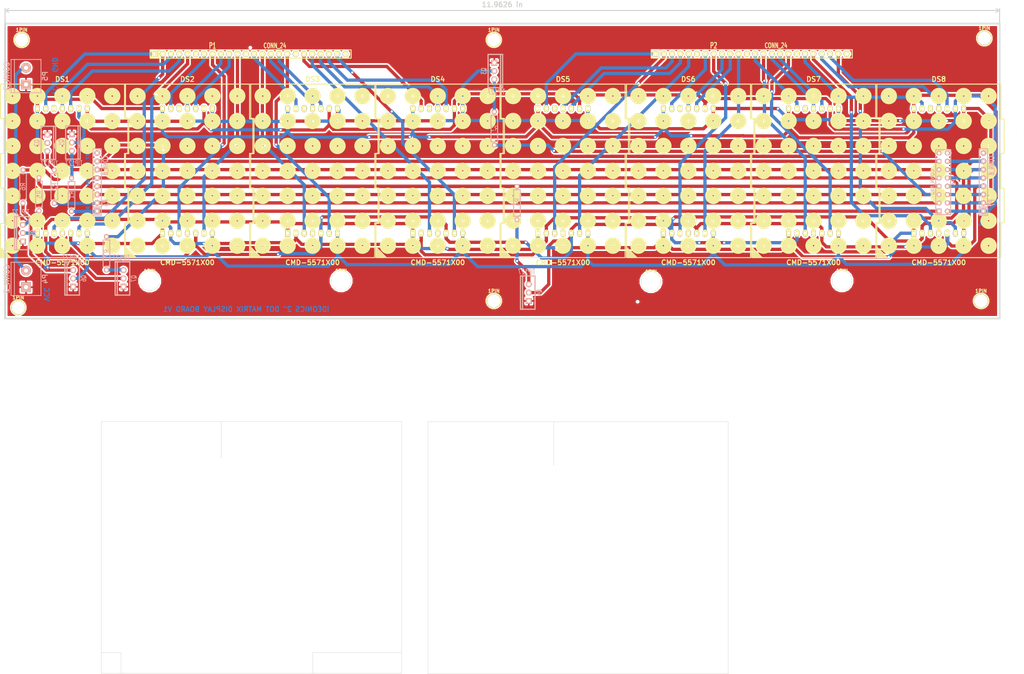
<source format=kicad_pcb>
(kicad_pcb (version 3) (host pcbnew "(2013-07-07 BZR 4022)-stable")
  (layers (15 F.Cu signal) (0 B.Cu signal) (18 B.Paste user) (19 F.Paste user) (20 B.SilkS user) (21 F.SilkS user) (22 B.Mask user) (23 F.Mask user) (28 Edge.Cuts user))
  (net 0 "")
  (net 1 /B1)
  (net 2 /B2)
  (net 3 /B3)
  (net 4 /B4)
  (net 5 /B5)
  (net 6 /B6)
  (net 7 /B7)
  (net 8 /C1)
  (net 9 /C10)
  (net 10 /C11)
  (net 11 /C12)
  (net 12 /C13)
  (net 13 /C14)
  (net 14 /C15)
  (net 15 /C16)
  (net 16 /C17)
  (net 17 /C18)
  (net 18 /C19)
  (net 19 /C2)
  (net 20 /C20)
  (net 21 /C21)
  (net 22 /C22)
  (net 23 /C23)
  (net 24 /C24)
  (net 25 /C25)
  (net 26 /C26)
  (net 27 /C27)
  (net 28 /C28)
  (net 29 /C29)
  (net 30 /C3)
  (net 31 /C30)
  (net 32 /C31)
  (net 33 /C32)
  (net 34 /C33)
  (net 35 /C34)
  (net 36 /C35)
  (net 37 /C36)
  (net 38 /C37)
  (net 39 /C38)
  (net 40 /C39)
  (net 41 /C4)
  (net 42 /C40)
  (net 43 /C5)
  (net 44 /C6)
  (net 45 /C7)
  (net 46 /C8)
  (net 47 /C9)
  (net 48 /R1)
  (net 49 /R2)
  (net 50 /R3)
  (net 51 /R4)
  (net 52 /R5)
  (net 53 /R6)
  (net 54 /R7)
  (net 55 /ROW1)
  (net 56 /ROW2)
  (net 57 /ROW3)
  (net 58 /ROW4)
  (net 59 /ROW5)
  (net 60 /ROW6)
  (net 61 /ROW7)
  (net 62 GND)
  (net 63 VCC)
  (module SIL-8 (layer B.Cu) (at 87.57 124.23 90)
    (fp_text reference P3 (at -6.35 2.54 90) (layer B.SilkS) (effects (font (size 1.72974 1.08712) (thickness 0.3048)) (justify mirror)))
    (fp_text value CONN_8 (at 5.08 2.54 90) (layer B.SilkS) (effects (font (size 1.524 1.016) (thickness 0.3048)) (justify mirror)))
    (pad 1 thru_hole rect (at -8.89 0 90) (size 1.8 1.8) (drill 0.8128) (layers *.Cu *.Mask B.SilkS) (net 1 /B1))
    (pad 2 thru_hole circle (at -6.35 0 90) (size 1.8 1.8) (drill 0.8128) (layers *.Cu *.Mask B.SilkS) (net 2 /B2))
    (pad 3 thru_hole circle (at -3.81 0 90) (size 1.8 1.8) (drill 0.8128) (layers *.Cu *.Mask B.SilkS) (net 3 /B3))
    (pad 4 thru_hole circle (at -1.27 0 90) (size 1.8 1.8) (drill 0.8128) (layers *.Cu *.Mask B.SilkS) (net 4 /B4))
    (pad 5 thru_hole circle (at 1.27 0 90) (size 1.8 1.8) (drill 0.8128) (layers *.Cu *.Mask B.SilkS) (net 5 /B5))
    (pad 6 thru_hole circle (at 3.81 0 90) (size 1.8 1.8) (drill 0.8128) (layers *.Cu *.Mask B.SilkS) (net 6 /B6))
    (pad 7 thru_hole circle (at 6.35 0 90) (size 1.8 1.8) (drill 0.8128) (layers *.Cu *.Mask B.SilkS) (net 7 /B7))
    (pad 8 thru_hole circle (at 8.89 0 90) (size 1.8 1.8) (drill 0.8128) (layers *.Cu *.Mask B.SilkS))
  )
  (module SIL-24 (layer F.Cu) (at 136.8 85.1)
    (fp_text reference P1 (at -13.97 -2.54) (layer F.SilkS) (effects (font (size 1.72974 1.08712) (thickness 0.27178))))
    (fp_text value CONN_24 (at 5.08 -2.54 180) (layer F.SilkS) (effects (font (size 1.524 1.016) (thickness 0.3048))))
    (pad 1 thru_hole rect (at -31.75 0) (size 1.8 1.8) (drill 0.8128) (layers *.Cu *.Mask F.SilkS) (net 8 /C1))
    (pad 2 thru_hole circle (at -29.21 0) (size 1.8 1.8) (drill 0.8128) (layers *.Cu *.Mask F.SilkS) (net 19 /C2))
    (pad 3 thru_hole circle (at -26.67 0) (size 1.8 1.8) (drill 0.8128) (layers *.Cu *.Mask F.SilkS) (net 30 /C3))
    (pad 4 thru_hole circle (at -24.13 0) (size 1.8 1.8) (drill 0.8128) (layers *.Cu *.Mask F.SilkS) (net 41 /C4))
    (pad 5 thru_hole circle (at -21.59 0) (size 1.8 1.8) (drill 0.8128) (layers *.Cu *.Mask F.SilkS) (net 43 /C5))
    (pad 6 thru_hole circle (at -19.05 0) (size 1.8 1.8) (drill 0.8128) (layers *.Cu *.Mask F.SilkS))
    (pad 7 thru_hole circle (at -16.51 0) (size 1.8 1.8) (drill 0.8128) (layers *.Cu *.Mask F.SilkS) (net 44 /C6))
    (pad 8 thru_hole circle (at -13.97 0) (size 1.8 1.8) (drill 0.8128) (layers *.Cu *.Mask F.SilkS) (net 45 /C7))
    (pad 9 thru_hole circle (at -11.43 0) (size 1.8 1.8) (drill 0.8128) (layers *.Cu *.Mask F.SilkS) (net 46 /C8))
    (pad 10 thru_hole circle (at -8.89 0) (size 1.8 1.8) (drill 0.8128) (layers *.Cu *.Mask F.SilkS) (net 47 /C9))
    (pad 11 thru_hole circle (at -6.35 0) (size 1.8 1.8) (drill 0.8128) (layers *.Cu *.Mask F.SilkS) (net 9 /C10))
    (pad 12 thru_hole circle (at -3.81 0) (size 1.8 1.8) (drill 0.8128) (layers *.Cu *.Mask F.SilkS))
    (pad 13 thru_hole circle (at -1.27 0) (size 1.8 1.8) (drill 0.8128) (layers *.Cu *.Mask F.SilkS) (net 10 /C11))
    (pad 14 thru_hole circle (at 1.27 0) (size 1.8 1.8) (drill 0.8128) (layers *.Cu *.Mask F.SilkS) (net 11 /C12))
    (pad 15 thru_hole circle (at 3.81 0) (size 1.8 1.8) (drill 0.8128) (layers *.Cu *.Mask F.SilkS) (net 12 /C13))
    (pad 16 thru_hole circle (at 6.35 0) (size 1.8 1.8) (drill 0.8128) (layers *.Cu *.Mask F.SilkS) (net 13 /C14))
    (pad 17 thru_hole circle (at 8.89 0) (size 1.8 1.8) (drill 0.8128) (layers *.Cu *.Mask F.SilkS) (net 14 /C15))
    (pad 18 thru_hole circle (at 11.43 0) (size 1.8 1.8) (drill 0.8128) (layers *.Cu *.Mask F.SilkS))
    (pad 19 thru_hole circle (at 13.97 0) (size 1.8 1.8) (drill 0.8128) (layers *.Cu *.Mask F.SilkS) (net 15 /C16))
    (pad 20 thru_hole circle (at 16.51 0) (size 1.8 1.8) (drill 0.8128) (layers *.Cu *.Mask F.SilkS) (net 16 /C17))
    (pad 21 thru_hole circle (at 19.05 0) (size 1.8 1.8) (drill 0.8128) (layers *.Cu *.Mask F.SilkS) (net 17 /C18))
    (pad 22 thru_hole circle (at 21.59 0) (size 1.8 1.8) (drill 0.8128) (layers *.Cu *.Mask F.SilkS) (net 18 /C19))
    (pad 23 thru_hole circle (at 24.13 0) (size 1.8 1.8) (drill 0.8128) (layers *.Cu *.Mask F.SilkS) (net 20 /C20))
    (pad 24 thru_hole circle (at 26.67 0) (size 1.8 1.8) (drill 0.8128) (layers *.Cu *.Mask F.SilkS))
  )
  (module SIL-24 (layer F.Cu) (at 289.9 85.05)
    (fp_text reference P2 (at -13.97 -2.54) (layer F.SilkS) (effects (font (size 1.72974 1.08712) (thickness 0.27178))))
    (fp_text value CONN_24 (at 5.08 -2.54 180) (layer F.SilkS) (effects (font (size 1.524 1.016) (thickness 0.3048))))
    (pad 1 thru_hole rect (at -31.75 0) (size 1.8 1.8) (drill 0.8128) (layers *.Cu *.Mask F.SilkS) (net 21 /C21))
    (pad 2 thru_hole circle (at -29.21 0) (size 1.8 1.8) (drill 0.8128) (layers *.Cu *.Mask F.SilkS) (net 22 /C22))
    (pad 3 thru_hole circle (at -26.67 0) (size 1.8 1.8) (drill 0.8128) (layers *.Cu *.Mask F.SilkS) (net 23 /C23))
    (pad 4 thru_hole circle (at -24.13 0) (size 1.8 1.8) (drill 0.8128) (layers *.Cu *.Mask F.SilkS) (net 24 /C24))
    (pad 5 thru_hole circle (at -21.59 0) (size 1.8 1.8) (drill 0.8128) (layers *.Cu *.Mask F.SilkS) (net 25 /C25))
    (pad 6 thru_hole circle (at -19.05 0) (size 1.8 1.8) (drill 0.8128) (layers *.Cu *.Mask F.SilkS))
    (pad 7 thru_hole circle (at -16.51 0) (size 1.8 1.8) (drill 0.8128) (layers *.Cu *.Mask F.SilkS) (net 26 /C26))
    (pad 8 thru_hole circle (at -13.97 0) (size 1.8 1.8) (drill 0.8128) (layers *.Cu *.Mask F.SilkS) (net 27 /C27))
    (pad 9 thru_hole circle (at -11.43 0) (size 1.8 1.8) (drill 0.8128) (layers *.Cu *.Mask F.SilkS) (net 28 /C28))
    (pad 10 thru_hole circle (at -8.89 0) (size 1.8 1.8) (drill 0.8128) (layers *.Cu *.Mask F.SilkS) (net 29 /C29))
    (pad 11 thru_hole circle (at -6.35 0) (size 1.8 1.8) (drill 0.8128) (layers *.Cu *.Mask F.SilkS) (net 31 /C30))
    (pad 12 thru_hole circle (at -3.81 0) (size 1.8 1.8) (drill 0.8128) (layers *.Cu *.Mask F.SilkS))
    (pad 13 thru_hole circle (at -1.27 0) (size 1.8 1.8) (drill 0.8128) (layers *.Cu *.Mask F.SilkS) (net 32 /C31))
    (pad 14 thru_hole circle (at 1.27 0) (size 1.8 1.8) (drill 0.8128) (layers *.Cu *.Mask F.SilkS) (net 33 /C32))
    (pad 15 thru_hole circle (at 3.81 0) (size 1.8 1.8) (drill 0.8128) (layers *.Cu *.Mask F.SilkS) (net 34 /C33))
    (pad 16 thru_hole circle (at 6.35 0) (size 1.8 1.8) (drill 0.8128) (layers *.Cu *.Mask F.SilkS) (net 35 /C34))
    (pad 17 thru_hole circle (at 8.89 0) (size 1.8 1.8) (drill 0.8128) (layers *.Cu *.Mask F.SilkS) (net 36 /C35))
    (pad 18 thru_hole circle (at 11.43 0) (size 1.8 1.8) (drill 0.8128) (layers *.Cu *.Mask F.SilkS))
    (pad 19 thru_hole circle (at 13.97 0) (size 1.8 1.8) (drill 0.8128) (layers *.Cu *.Mask F.SilkS) (net 37 /C36))
    (pad 20 thru_hole circle (at 16.51 0) (size 1.8 1.8) (drill 0.8128) (layers *.Cu *.Mask F.SilkS) (net 38 /C37))
    (pad 21 thru_hole circle (at 19.05 0) (size 1.8 1.8) (drill 0.8128) (layers *.Cu *.Mask F.SilkS) (net 39 /C38))
    (pad 22 thru_hole circle (at 21.59 0) (size 1.8 1.8) (drill 0.8128) (layers *.Cu *.Mask F.SilkS) (net 40 /C39))
    (pad 23 thru_hole circle (at 24.13 0) (size 1.8 1.8) (drill 0.8128) (layers *.Cu *.Mask F.SilkS) (net 42 /C40))
    (pad 24 thru_hole circle (at 26.67 0) (size 1.8 1.8) (drill 0.8128) (layers *.Cu *.Mask F.SilkS))
  )
  (module R4 (layer B.Cu) (at 79.74 128.1 270)
    (fp_text reference R1 (at 0 0 270) (layer B.SilkS) (effects (font (size 1.397 1.27) (thickness 0.2032)) (justify mirror)))
    (fp_text value R hide)
    (pad 1 thru_hole circle (at -5.08 0 270) (size 1.524 1.524) (drill 0.8128) (layers *.Cu *.Mask B.SilkS) (net 48 /R1))
    (pad 2 thru_hole circle (at 5.08 0 270) (size 1.524 1.524) (drill 0.8128) (layers *.Cu *.Mask B.SilkS) (net 1 /B1))
  )
  (module R4 (layer B.Cu) (at 74.5 125.62 270)
    (fp_text reference R2 (at 0 0 270) (layer B.SilkS) (effects (font (size 1.397 1.27) (thickness 0.2032)) (justify mirror)))
    (fp_text value R hide)
    (pad 1 thru_hole circle (at -5.08 0 270) (size 1.524 1.524) (drill 0.8128) (layers *.Cu *.Mask B.SilkS) (net 49 /R2))
    (pad 2 thru_hole circle (at 5.08 0 270) (size 1.524 1.524) (drill 0.8128) (layers *.Cu *.Mask B.SilkS) (net 2 /B2))
  )
  (module R4 (layer B.Cu) (at 208.92 107.84 270)
    (fp_text reference R3 (at 0 0 360) (layer B.SilkS) (effects (font (size 1.397 1.27) (thickness 0.2032)) (justify mirror)))
    (fp_text value R hide)
    (pad 1 thru_hole circle (at -5.08 0 270) (size 1.524 1.524) (drill 0.8128) (layers *.Cu *.Mask B.SilkS) (net 50 /R3))
    (pad 2 thru_hole circle (at 5.08 0 270) (size 1.524 1.524) (drill 0.8128) (layers *.Cu *.Mask B.SilkS) (net 3 /B3))
  )
  (module R4 (layer B.Cu) (at 215.84 130.64 90)
    (fp_text reference R4 (at 0.28 0.17 90) (layer B.SilkS) (effects (font (size 1.397 1.27) (thickness 0.2032)) (justify mirror)))
    (fp_text value R hide)
    (pad 1 thru_hole circle (at -5.08 0 90) (size 1.524 1.524) (drill 0.8128) (layers *.Cu *.Mask B.SilkS) (net 51 /R4))
    (pad 2 thru_hole circle (at 5.08 0 90) (size 1.524 1.524) (drill 0.8128) (layers *.Cu *.Mask B.SilkS) (net 4 /B4))
  )
  (module R4 (layer B.Cu) (at 69.79 127.93 90)
    (fp_text reference R5 (at -0.075 0.175 90) (layer B.SilkS) (effects (font (size 1.397 1.27) (thickness 0.2032)) (justify mirror)))
    (fp_text value R hide)
    (pad 1 thru_hole circle (at -5.08 0 90) (size 1.524 1.524) (drill 0.8128) (layers *.Cu *.Mask B.SilkS) (net 52 /R5))
    (pad 2 thru_hole circle (at 5.08 0 90) (size 1.524 1.524) (drill 0.8128) (layers *.Cu *.Mask B.SilkS) (net 5 /B5))
  )
  (module R4 (layer B.Cu) (at 64.93 125.62 90)
    (fp_text reference R6 (at 0 0 90) (layer B.SilkS) (effects (font (size 1.397 1.27) (thickness 0.2032)) (justify mirror)))
    (fp_text value R hide)
    (pad 1 thru_hole circle (at -5.08 0 90) (size 1.524 1.524) (drill 0.8128) (layers *.Cu *.Mask B.SilkS) (net 53 /R6))
    (pad 2 thru_hole circle (at 5.08 0 90) (size 1.524 1.524) (drill 0.8128) (layers *.Cu *.Mask B.SilkS) (net 6 /B6))
  )
  (module R4 (layer B.Cu) (at 90.424 145.9865 90)
    (fp_text reference R7 (at 0 0 90) (layer B.SilkS) (effects (font (size 1.397 1.27) (thickness 0.2032)) (justify mirror)))
    (fp_text value R hide)
    (pad 1 thru_hole circle (at -5.08 0 90) (size 1.524 1.524) (drill 0.8128) (layers *.Cu *.Mask B.SilkS) (net 54 /R7))
    (pad 2 thru_hole circle (at 5.08 0 90) (size 1.524 1.524) (drill 0.8128) (layers *.Cu *.Mask B.SilkS) (net 7 /B7))
  )
  (module dotdisp_cmd557xx00 (layer F.Cu) (at 306.45 120.8)
    (fp_text reference DS7 (at 0 -28) (layer F.SilkS) (effects (font (size 1.5 1.5) (thickness 0.3))))
    (fp_text value CMD-5571X00 (at 0 28) (layer F.SilkS) (effects (font (size 1.5 1.5) (thickness 0.3))))
    (pad 1 thru_hole rect (at -7.62 19.05 90) (size 2.2 1.5) (drill 0.8) (layers *.Cu *.Mask F.SilkS) (net 59 /ROW5))
    (pad 2 thru_hole oval (at -5.08 19.05 90) (size 2.2 1.5) (drill 0.8) (layers *.Cu *.Mask F.SilkS) (net 61 /ROW7))
    (pad 3 thru_hole oval (at -2.54 19.05 90) (size 2.2 1.5) (drill 0.8) (layers *.Cu *.Mask F.SilkS) (net 33 /C32))
    (pad 4 thru_hole oval (at 0 19.05 90) (size 2.2 1.5) (drill 0.8) (layers *.Cu *.Mask F.SilkS))
    (pad 5 thru_hole oval (at 2.54 19.05 90) (size 2.2 1.5) (drill 0.8) (layers *.Cu *.Mask F.SilkS) (net 58 /ROW4))
    (pad 6 thru_hole oval (at 5.08 19.05 90) (size 2.2 1.5) (drill 0.8) (layers *.Cu *.Mask F.SilkS) (net 36 /C35))
    (pad 7 thru_hole oval (at 7.62 19.05 90) (size 2.2 1.5) (drill 0.8) (layers *.Cu *.Mask F.SilkS) (net 60 /ROW6))
    (pad 8 thru_hole oval (at 7.62 -19.05 90) (size 2.2 1.5) (drill 0.8) (layers *.Cu *.Mask F.SilkS) (net 57 /ROW3))
    (pad 9 thru_hole oval (at 5.08 -19.05 90) (size 2.2 1.5) (drill 0.8) (layers *.Cu *.Mask F.SilkS) (net 55 /ROW1))
    (pad 10 thru_hole oval (at 2.54 -19.05 90) (size 2.2 1.5) (drill 0.8) (layers *.Cu *.Mask F.SilkS) (net 35 /C34))
    (pad 11 thru_hole oval (at 0 -19.05 90) (size 2.2 1.5) (drill 0.8) (layers *.Cu *.Mask F.SilkS) (net 34 /C33))
    (pad 12 thru_hole oval (at -2.54 -19.05 90) (size 2.2 1.5) (drill 0.8) (layers *.Cu *.Mask F.SilkS))
    (pad 13 thru_hole oval (at -5.08 -19.05 90) (size 2.2 1.5) (drill 0.8) (layers *.Cu *.Mask F.SilkS) (net 32 /C31))
    (pad 14 thru_hole oval (at -7.62 -19.05 90) (size 2.2 1.5) (drill 0.8) (layers *.Cu *.Mask F.SilkS) (net 56 /ROW2))
  )
  (module dotdisp_cmd557xx00 (layer F.Cu) (at 115.15 120.8)
    (fp_text reference DS2 (at 0 -28) (layer F.SilkS) (effects (font (size 1.5 1.5) (thickness 0.3))))
    (fp_text value CMD-5571X00 (at 0 28) (layer F.SilkS) (effects (font (size 1.5 1.5) (thickness 0.3))))
    (pad 1 thru_hole rect (at -7.62 19.05 90) (size 2.2 1.5) (drill 0.8) (layers *.Cu *.Mask F.SilkS) (net 59 /ROW5))
    (pad 2 thru_hole oval (at -5.08 19.05 90) (size 2.2 1.5) (drill 0.8) (layers *.Cu *.Mask F.SilkS) (net 61 /ROW7))
    (pad 3 thru_hole oval (at -2.54 19.05 90) (size 2.2 1.5) (drill 0.8) (layers *.Cu *.Mask F.SilkS) (net 45 /C7))
    (pad 4 thru_hole oval (at 0 19.05 90) (size 2.2 1.5) (drill 0.8) (layers *.Cu *.Mask F.SilkS))
    (pad 5 thru_hole oval (at 2.54 19.05 90) (size 2.2 1.5) (drill 0.8) (layers *.Cu *.Mask F.SilkS) (net 58 /ROW4))
    (pad 6 thru_hole oval (at 5.08 19.05 90) (size 2.2 1.5) (drill 0.8) (layers *.Cu *.Mask F.SilkS) (net 9 /C10))
    (pad 7 thru_hole oval (at 7.62 19.05 90) (size 2.2 1.5) (drill 0.8) (layers *.Cu *.Mask F.SilkS) (net 60 /ROW6))
    (pad 8 thru_hole oval (at 7.62 -19.05 90) (size 2.2 1.5) (drill 0.8) (layers *.Cu *.Mask F.SilkS) (net 57 /ROW3))
    (pad 9 thru_hole oval (at 5.08 -19.05 90) (size 2.2 1.5) (drill 0.8) (layers *.Cu *.Mask F.SilkS) (net 55 /ROW1))
    (pad 10 thru_hole oval (at 2.54 -19.05 90) (size 2.2 1.5) (drill 0.8) (layers *.Cu *.Mask F.SilkS) (net 47 /C9))
    (pad 11 thru_hole oval (at 0 -19.05 90) (size 2.2 1.5) (drill 0.8) (layers *.Cu *.Mask F.SilkS) (net 46 /C8))
    (pad 12 thru_hole oval (at -2.54 -19.05 90) (size 2.2 1.5) (drill 0.8) (layers *.Cu *.Mask F.SilkS))
    (pad 13 thru_hole oval (at -5.08 -19.05 90) (size 2.2 1.5) (drill 0.8) (layers *.Cu *.Mask F.SilkS) (net 44 /C6))
    (pad 14 thru_hole oval (at -7.62 -19.05 90) (size 2.2 1.5) (drill 0.8) (layers *.Cu *.Mask F.SilkS) (net 56 /ROW2))
  )
  (module dotdisp_cmd557xx00 (layer F.Cu) (at 191.65 120.8)
    (fp_text reference DS4 (at 0 -28) (layer F.SilkS) (effects (font (size 1.5 1.5) (thickness 0.3))))
    (fp_text value CMD-5571X00 (at 0 28) (layer F.SilkS) (effects (font (size 1.5 1.5) (thickness 0.3))))
    (pad 1 thru_hole rect (at -7.62 19.05 90) (size 2.2 1.5) (drill 0.8) (layers *.Cu *.Mask F.SilkS) (net 59 /ROW5))
    (pad 2 thru_hole oval (at -5.08 19.05 90) (size 2.2 1.5) (drill 0.8) (layers *.Cu *.Mask F.SilkS) (net 61 /ROW7))
    (pad 3 thru_hole oval (at -2.54 19.05 90) (size 2.2 1.5) (drill 0.8) (layers *.Cu *.Mask F.SilkS) (net 16 /C17))
    (pad 4 thru_hole oval (at 0 19.05 90) (size 2.2 1.5) (drill 0.8) (layers *.Cu *.Mask F.SilkS))
    (pad 5 thru_hole oval (at 2.54 19.05 90) (size 2.2 1.5) (drill 0.8) (layers *.Cu *.Mask F.SilkS) (net 58 /ROW4))
    (pad 6 thru_hole oval (at 5.08 19.05 90) (size 2.2 1.5) (drill 0.8) (layers *.Cu *.Mask F.SilkS) (net 20 /C20))
    (pad 7 thru_hole oval (at 7.62 19.05 90) (size 2.2 1.5) (drill 0.8) (layers *.Cu *.Mask F.SilkS) (net 60 /ROW6))
    (pad 8 thru_hole oval (at 7.62 -19.05 90) (size 2.2 1.5) (drill 0.8) (layers *.Cu *.Mask F.SilkS) (net 57 /ROW3))
    (pad 9 thru_hole oval (at 5.08 -19.05 90) (size 2.2 1.5) (drill 0.8) (layers *.Cu *.Mask F.SilkS) (net 55 /ROW1))
    (pad 10 thru_hole oval (at 2.54 -19.05 90) (size 2.2 1.5) (drill 0.8) (layers *.Cu *.Mask F.SilkS) (net 18 /C19))
    (pad 11 thru_hole oval (at 0 -19.05 90) (size 2.2 1.5) (drill 0.8) (layers *.Cu *.Mask F.SilkS) (net 17 /C18))
    (pad 12 thru_hole oval (at -2.54 -19.05 90) (size 2.2 1.5) (drill 0.8) (layers *.Cu *.Mask F.SilkS))
    (pad 13 thru_hole oval (at -5.08 -19.05 90) (size 2.2 1.5) (drill 0.8) (layers *.Cu *.Mask F.SilkS) (net 15 /C16))
    (pad 14 thru_hole oval (at -7.62 -19.05 90) (size 2.2 1.5) (drill 0.8) (layers *.Cu *.Mask F.SilkS) (net 56 /ROW2))
  )
  (module dotdisp_cmd557xx00 (layer F.Cu) (at 268.2 120.8)
    (fp_text reference DS6 (at 0 -28) (layer F.SilkS) (effects (font (size 1.5 1.5) (thickness 0.3))))
    (fp_text value CMD-5571X00 (at 0 28) (layer F.SilkS) (effects (font (size 1.5 1.5) (thickness 0.3))))
    (pad 1 thru_hole rect (at -7.62 19.05 90) (size 2.2 1.5) (drill 0.8) (layers *.Cu *.Mask F.SilkS) (net 59 /ROW5))
    (pad 2 thru_hole oval (at -5.08 19.05 90) (size 2.2 1.5) (drill 0.8) (layers *.Cu *.Mask F.SilkS) (net 61 /ROW7))
    (pad 3 thru_hole oval (at -2.54 19.05 90) (size 2.2 1.5) (drill 0.8) (layers *.Cu *.Mask F.SilkS) (net 27 /C27))
    (pad 4 thru_hole oval (at 0 19.05 90) (size 2.2 1.5) (drill 0.8) (layers *.Cu *.Mask F.SilkS))
    (pad 5 thru_hole oval (at 2.54 19.05 90) (size 2.2 1.5) (drill 0.8) (layers *.Cu *.Mask F.SilkS) (net 58 /ROW4))
    (pad 6 thru_hole oval (at 5.08 19.05 90) (size 2.2 1.5) (drill 0.8) (layers *.Cu *.Mask F.SilkS) (net 31 /C30))
    (pad 7 thru_hole oval (at 7.62 19.05 90) (size 2.2 1.5) (drill 0.8) (layers *.Cu *.Mask F.SilkS) (net 60 /ROW6))
    (pad 8 thru_hole oval (at 7.62 -19.05 90) (size 2.2 1.5) (drill 0.8) (layers *.Cu *.Mask F.SilkS) (net 57 /ROW3))
    (pad 9 thru_hole oval (at 5.08 -19.05 90) (size 2.2 1.5) (drill 0.8) (layers *.Cu *.Mask F.SilkS) (net 55 /ROW1))
    (pad 10 thru_hole oval (at 2.54 -19.05 90) (size 2.2 1.5) (drill 0.8) (layers *.Cu *.Mask F.SilkS) (net 29 /C29))
    (pad 11 thru_hole oval (at 0 -19.05 90) (size 2.2 1.5) (drill 0.8) (layers *.Cu *.Mask F.SilkS) (net 28 /C28))
    (pad 12 thru_hole oval (at -2.54 -19.05 90) (size 2.2 1.5) (drill 0.8) (layers *.Cu *.Mask F.SilkS))
    (pad 13 thru_hole oval (at -5.08 -19.05 90) (size 2.2 1.5) (drill 0.8) (layers *.Cu *.Mask F.SilkS) (net 26 /C26))
    (pad 14 thru_hole oval (at -7.62 -19.05 90) (size 2.2 1.5) (drill 0.8) (layers *.Cu *.Mask F.SilkS) (net 56 /ROW2))
  )
  (module dotdisp_cmd557xx00 (layer F.Cu) (at 229.9 120.8)
    (fp_text reference DS5 (at 0 -28) (layer F.SilkS) (effects (font (size 1.5 1.5) (thickness 0.3))))
    (fp_text value CMD-5571X00 (at 0 28) (layer F.SilkS) (effects (font (size 1.5 1.5) (thickness 0.3))))
    (pad 1 thru_hole rect (at -7.62 19.05 90) (size 2.2 1.5) (drill 0.8) (layers *.Cu *.Mask F.SilkS) (net 59 /ROW5))
    (pad 2 thru_hole oval (at -5.08 19.05 90) (size 2.2 1.5) (drill 0.8) (layers *.Cu *.Mask F.SilkS) (net 61 /ROW7))
    (pad 3 thru_hole oval (at -2.54 19.05 90) (size 2.2 1.5) (drill 0.8) (layers *.Cu *.Mask F.SilkS) (net 22 /C22))
    (pad 4 thru_hole oval (at 0 19.05 90) (size 2.2 1.5) (drill 0.8) (layers *.Cu *.Mask F.SilkS))
    (pad 5 thru_hole oval (at 2.54 19.05 90) (size 2.2 1.5) (drill 0.8) (layers *.Cu *.Mask F.SilkS) (net 58 /ROW4))
    (pad 6 thru_hole oval (at 5.08 19.05 90) (size 2.2 1.5) (drill 0.8) (layers *.Cu *.Mask F.SilkS) (net 25 /C25))
    (pad 7 thru_hole oval (at 7.62 19.05 90) (size 2.2 1.5) (drill 0.8) (layers *.Cu *.Mask F.SilkS) (net 60 /ROW6))
    (pad 8 thru_hole oval (at 7.62 -19.05 90) (size 2.2 1.5) (drill 0.8) (layers *.Cu *.Mask F.SilkS) (net 57 /ROW3))
    (pad 9 thru_hole oval (at 5.08 -19.05 90) (size 2.2 1.5) (drill 0.8) (layers *.Cu *.Mask F.SilkS) (net 55 /ROW1))
    (pad 10 thru_hole oval (at 2.54 -19.05 90) (size 2.2 1.5) (drill 0.8) (layers *.Cu *.Mask F.SilkS) (net 24 /C24))
    (pad 11 thru_hole oval (at 0 -19.05 90) (size 2.2 1.5) (drill 0.8) (layers *.Cu *.Mask F.SilkS) (net 23 /C23))
    (pad 12 thru_hole oval (at -2.54 -19.05 90) (size 2.2 1.5) (drill 0.8) (layers *.Cu *.Mask F.SilkS))
    (pad 13 thru_hole oval (at -5.08 -19.05 90) (size 2.2 1.5) (drill 0.8) (layers *.Cu *.Mask F.SilkS) (net 21 /C21))
    (pad 14 thru_hole oval (at -7.62 -19.05 90) (size 2.2 1.5) (drill 0.8) (layers *.Cu *.Mask F.SilkS) (net 56 /ROW2))
  )
  (module dotdisp_cmd557xx00 (layer F.Cu) (at 153.4 120.8)
    (fp_text reference DS3 (at 0 -28) (layer F.SilkS) (effects (font (size 1.5 1.5) (thickness 0.3))))
    (fp_text value CMD-5571X00 (at 0 28) (layer F.SilkS) (effects (font (size 1.5 1.5) (thickness 0.3))))
    (pad 1 thru_hole rect (at -7.62 19.05 90) (size 2.2 1.5) (drill 0.8) (layers *.Cu *.Mask F.SilkS) (net 59 /ROW5))
    (pad 2 thru_hole oval (at -5.08 19.05 90) (size 2.2 1.5) (drill 0.8) (layers *.Cu *.Mask F.SilkS) (net 61 /ROW7))
    (pad 3 thru_hole oval (at -2.54 19.05 90) (size 2.2 1.5) (drill 0.8) (layers *.Cu *.Mask F.SilkS) (net 11 /C12))
    (pad 4 thru_hole oval (at 0 19.05 90) (size 2.2 1.5) (drill 0.8) (layers *.Cu *.Mask F.SilkS))
    (pad 5 thru_hole oval (at 2.54 19.05 90) (size 2.2 1.5) (drill 0.8) (layers *.Cu *.Mask F.SilkS) (net 58 /ROW4))
    (pad 6 thru_hole oval (at 5.08 19.05 90) (size 2.2 1.5) (drill 0.8) (layers *.Cu *.Mask F.SilkS) (net 14 /C15))
    (pad 7 thru_hole oval (at 7.62 19.05 90) (size 2.2 1.5) (drill 0.8) (layers *.Cu *.Mask F.SilkS) (net 60 /ROW6))
    (pad 8 thru_hole oval (at 7.62 -19.05 90) (size 2.2 1.5) (drill 0.8) (layers *.Cu *.Mask F.SilkS) (net 57 /ROW3))
    (pad 9 thru_hole oval (at 5.08 -19.05 90) (size 2.2 1.5) (drill 0.8) (layers *.Cu *.Mask F.SilkS) (net 55 /ROW1))
    (pad 10 thru_hole oval (at 2.54 -19.05 90) (size 2.2 1.5) (drill 0.8) (layers *.Cu *.Mask F.SilkS) (net 13 /C14))
    (pad 11 thru_hole oval (at 0 -19.05 90) (size 2.2 1.5) (drill 0.8) (layers *.Cu *.Mask F.SilkS) (net 12 /C13))
    (pad 12 thru_hole oval (at -2.54 -19.05 90) (size 2.2 1.5) (drill 0.8) (layers *.Cu *.Mask F.SilkS))
    (pad 13 thru_hole oval (at -5.08 -19.05 90) (size 2.2 1.5) (drill 0.8) (layers *.Cu *.Mask F.SilkS) (net 10 /C11))
    (pad 14 thru_hole oval (at -7.62 -19.05 90) (size 2.2 1.5) (drill 0.8) (layers *.Cu *.Mask F.SilkS) (net 56 /ROW2))
  )
  (module dotdisp_cmd557xx00 (layer F.Cu) (at 76.95 120.8)
    (fp_text reference DS1 (at 0 -28) (layer F.SilkS) (effects (font (size 1.5 1.5) (thickness 0.3))))
    (fp_text value CMD-5571X00 (at 0 28) (layer F.SilkS) (effects (font (size 1.5 1.5) (thickness 0.3))))
    (pad 1 thru_hole rect (at -7.62 19.05 90) (size 2.2 1.5) (drill 0.8) (layers *.Cu *.Mask F.SilkS) (net 59 /ROW5))
    (pad 2 thru_hole oval (at -5.08 19.05 90) (size 2.2 1.5) (drill 0.8) (layers *.Cu *.Mask F.SilkS) (net 61 /ROW7))
    (pad 3 thru_hole oval (at -2.54 19.05 90) (size 2.2 1.5) (drill 0.8) (layers *.Cu *.Mask F.SilkS) (net 19 /C2))
    (pad 4 thru_hole oval (at 0 19.05 90) (size 2.2 1.5) (drill 0.8) (layers *.Cu *.Mask F.SilkS))
    (pad 5 thru_hole oval (at 2.54 19.05 90) (size 2.2 1.5) (drill 0.8) (layers *.Cu *.Mask F.SilkS) (net 58 /ROW4))
    (pad 6 thru_hole oval (at 5.08 19.05 90) (size 2.2 1.5) (drill 0.8) (layers *.Cu *.Mask F.SilkS) (net 43 /C5))
    (pad 7 thru_hole oval (at 7.62 19.05 90) (size 2.2 1.5) (drill 0.8) (layers *.Cu *.Mask F.SilkS) (net 60 /ROW6))
    (pad 8 thru_hole oval (at 7.62 -19.05 90) (size 2.2 1.5) (drill 0.8) (layers *.Cu *.Mask F.SilkS) (net 57 /ROW3))
    (pad 9 thru_hole oval (at 5.08 -19.05 90) (size 2.2 1.5) (drill 0.8) (layers *.Cu *.Mask F.SilkS) (net 55 /ROW1))
    (pad 10 thru_hole oval (at 2.54 -19.05 90) (size 2.2 1.5) (drill 0.8) (layers *.Cu *.Mask F.SilkS) (net 41 /C4))
    (pad 11 thru_hole oval (at 0 -19.05 90) (size 2.2 1.5) (drill 0.8) (layers *.Cu *.Mask F.SilkS) (net 30 /C3))
    (pad 12 thru_hole oval (at -2.54 -19.05 90) (size 2.2 1.5) (drill 0.8) (layers *.Cu *.Mask F.SilkS))
    (pad 13 thru_hole oval (at -5.08 -19.05 90) (size 2.2 1.5) (drill 0.8) (layers *.Cu *.Mask F.SilkS) (net 8 /C1))
    (pad 14 thru_hole oval (at -7.62 -19.05 90) (size 2.2 1.5) (drill 0.8) (layers *.Cu *.Mask F.SilkS) (net 56 /ROW2))
  )
  (module dotdisp_cmd557xx00 (layer F.Cu) (at 344.7 120.8)
    (fp_text reference DS8 (at 0 -28) (layer F.SilkS) (effects (font (size 1.5 1.5) (thickness 0.3))))
    (fp_text value CMD-5571X00 (at 0 28) (layer F.SilkS) (effects (font (size 1.5 1.5) (thickness 0.3))))
    (pad 1 thru_hole rect (at -7.62 19.05 90) (size 2.2 1.5) (drill 0.8) (layers *.Cu *.Mask F.SilkS) (net 59 /ROW5))
    (pad 2 thru_hole oval (at -5.08 19.05 90) (size 2.2 1.5) (drill 0.8) (layers *.Cu *.Mask F.SilkS) (net 61 /ROW7))
    (pad 3 thru_hole oval (at -2.54 19.05 90) (size 2.2 1.5) (drill 0.8) (layers *.Cu *.Mask F.SilkS) (net 38 /C37))
    (pad 4 thru_hole oval (at 0 19.05 90) (size 2.2 1.5) (drill 0.8) (layers *.Cu *.Mask F.SilkS))
    (pad 5 thru_hole oval (at 2.54 19.05 90) (size 2.2 1.5) (drill 0.8) (layers *.Cu *.Mask F.SilkS) (net 58 /ROW4))
    (pad 6 thru_hole oval (at 5.08 19.05 90) (size 2.2 1.5) (drill 0.8) (layers *.Cu *.Mask F.SilkS) (net 42 /C40))
    (pad 7 thru_hole oval (at 7.62 19.05 90) (size 2.2 1.5) (drill 0.8) (layers *.Cu *.Mask F.SilkS) (net 60 /ROW6))
    (pad 8 thru_hole oval (at 7.62 -19.05 90) (size 2.2 1.5) (drill 0.8) (layers *.Cu *.Mask F.SilkS) (net 57 /ROW3))
    (pad 9 thru_hole oval (at 5.08 -19.05 90) (size 2.2 1.5) (drill 0.8) (layers *.Cu *.Mask F.SilkS) (net 55 /ROW1))
    (pad 10 thru_hole oval (at 2.54 -19.05 90) (size 2.2 1.5) (drill 0.8) (layers *.Cu *.Mask F.SilkS) (net 40 /C39))
    (pad 11 thru_hole oval (at 0 -19.05 90) (size 2.2 1.5) (drill 0.8) (layers *.Cu *.Mask F.SilkS) (net 39 /C38))
    (pad 12 thru_hole oval (at -2.54 -19.05 90) (size 2.2 1.5) (drill 0.8) (layers *.Cu *.Mask F.SilkS))
    (pad 13 thru_hole oval (at -5.08 -19.05 90) (size 2.2 1.5) (drill 0.8) (layers *.Cu *.Mask F.SilkS) (net 37 /C36))
    (pad 14 thru_hole oval (at -7.62 -19.05 90) (size 2.2 1.5) (drill 0.8) (layers *.Cu *.Mask F.SilkS) (net 56 /ROW2))
  )
  (module SIL-8 (layer B.Cu) (at 358.35 124.22 90)
    (fp_text reference P7 (at -6.35 2.54 90) (layer B.SilkS) (effects (font (size 1.72974 1.08712) (thickness 0.3048)) (justify mirror)))
    (fp_text value CONN_8 (at 5.08 2.54 90) (layer B.SilkS) (effects (font (size 1.524 1.016) (thickness 0.3048)) (justify mirror)))
    (pad 1 thru_hole rect (at -8.89 0 90) (size 1.8 1.8) (drill 0.8128) (layers *.Cu *.Mask B.SilkS) (net 55 /ROW1))
    (pad 2 thru_hole circle (at -6.35 0 90) (size 1.8 1.8) (drill 0.8128) (layers *.Cu *.Mask B.SilkS) (net 56 /ROW2))
    (pad 3 thru_hole circle (at -3.81 0 90) (size 1.8 1.8) (drill 0.8128) (layers *.Cu *.Mask B.SilkS) (net 57 /ROW3))
    (pad 4 thru_hole circle (at -1.27 0 90) (size 1.8 1.8) (drill 0.8128) (layers *.Cu *.Mask B.SilkS) (net 58 /ROW4))
    (pad 5 thru_hole circle (at 1.27 0 90) (size 1.8 1.8) (drill 0.8128) (layers *.Cu *.Mask B.SilkS) (net 59 /ROW5))
    (pad 6 thru_hole circle (at 3.81 0 90) (size 1.8 1.8) (drill 0.8128) (layers *.Cu *.Mask B.SilkS) (net 60 /ROW6))
    (pad 7 thru_hole circle (at 6.35 0 90) (size 1.8 1.8) (drill 0.8128) (layers *.Cu *.Mask B.SilkS) (net 61 /ROW7))
    (pad 8 thru_hole circle (at 8.89 0 90) (size 1.8 1.8) (drill 0.8128) (layers *.Cu *.Mask B.SilkS))
  )
  (module pin_array_8x2 (layer B.Cu) (at 346.07 124.23 90)
    (fp_text reference P6 (at 0 3.302 90) (layer B.SilkS) (effects (font (size 1.016 1.016) (thickness 0.2032)) (justify mirror)))
    (fp_text value CONN_8X2 (at 0 -3.302 90) (layer B.SilkS) (effects (font (size 1.016 1.016) (thickness 0.2032)) (justify mirror)))
    (pad 1 thru_hole rect (at -8.89 -1.27 90) (size 1.524 1.524) (drill 0.8128) (layers *.Cu *.Mask B.SilkS) (net 1 /B1))
    (pad 2 thru_hole circle (at -8.89 1.27 90) (size 1.524 1.524) (drill 0.8128) (layers *.Cu *.Mask B.SilkS) (net 55 /ROW1))
    (pad 3 thru_hole circle (at -6.35 -1.27 90) (size 1.524 1.524) (drill 0.8128) (layers *.Cu *.Mask B.SilkS) (net 2 /B2))
    (pad 4 thru_hole circle (at -6.35 1.27 90) (size 1.524 1.524) (drill 0.8128) (layers *.Cu *.Mask B.SilkS) (net 56 /ROW2))
    (pad 5 thru_hole circle (at -3.81 -1.27 90) (size 1.524 1.524) (drill 0.8128) (layers *.Cu *.Mask B.SilkS) (net 3 /B3))
    (pad 6 thru_hole circle (at -3.81 1.27 90) (size 1.524 1.524) (drill 0.8128) (layers *.Cu *.Mask B.SilkS) (net 57 /ROW3))
    (pad 7 thru_hole circle (at -1.27 -1.27 90) (size 1.524 1.524) (drill 0.8128) (layers *.Cu *.Mask B.SilkS) (net 4 /B4))
    (pad 8 thru_hole circle (at -1.27 1.27 90) (size 1.524 1.524) (drill 0.8128) (layers *.Cu *.Mask B.SilkS) (net 58 /ROW4))
    (pad 9 thru_hole circle (at 1.27 -1.27 90) (size 1.524 1.524) (drill 0.8128) (layers *.Cu *.Mask B.SilkS) (net 5 /B5))
    (pad 10 thru_hole circle (at 1.27 1.27 90) (size 1.524 1.524) (drill 0.8128) (layers *.Cu *.Mask B.SilkS) (net 59 /ROW5))
    (pad 11 thru_hole circle (at 3.81 -1.27 90) (size 1.524 1.524) (drill 0.8128) (layers *.Cu *.Mask B.SilkS) (net 6 /B6))
    (pad 12 thru_hole circle (at 3.81 1.27 90) (size 1.524 1.524) (drill 0.8128) (layers *.Cu *.Mask B.SilkS) (net 60 /ROW6))
    (pad 13 thru_hole circle (at 6.35 -1.27 90) (size 1.524 1.524) (drill 0.8128) (layers *.Cu *.Mask B.SilkS) (net 7 /B7))
    (pad 14 thru_hole circle (at 6.35 1.27 90) (size 1.524 1.524) (drill 0.8128) (layers *.Cu *.Mask B.SilkS) (net 61 /ROW7))
    (pad 15 thru_hole circle (at 8.89 -1.27 90) (size 1.524 1.524) (drill 0.8128) (layers *.Cu *.Mask B.SilkS))
    (pad 16 thru_hole circle (at 8.89 1.27 90) (size 1.524 1.524) (drill 0.8128) (layers *.Cu *.Mask B.SilkS))
  )
  (module mors_2p (layer B.Cu) (at 65.85 153.8 90)
    (fp_text reference P4 (at 0 5.842 90) (layer B.SilkS) (effects (font (size 1.524 1.524) (thickness 0.3048)) (justify mirror)))
    (fp_text value CONN_2 (at 0 -5.842 90) (layer B.SilkS) (effects (font (size 1.524 1.524) (thickness 0.3048)) (justify mirror)))
    (pad 1 thru_hole rect (at -2.54 0 90) (size 2.99974 2.99974) (drill 1.24968) (layers *.Cu *.Mask B.SilkS) (net 63 VCC))
    (pad 2 thru_hole circle (at 2.54 0 90) (size 2.99974 2.99974) (drill 1.24968) (layers *.Cu *.Mask B.SilkS) (net 62 GND))
  )
  (module mors_2p (layer B.Cu) (at 65.85 91.85 90)
    (fp_text reference P5 (at 0 5.842 90) (layer B.SilkS) (effects (font (size 1.524 1.524) (thickness 0.3048)) (justify mirror)))
    (fp_text value CONN_2 (at 0 -5.842 90) (layer B.SilkS) (effects (font (size 1.524 1.524) (thickness 0.3048)) (justify mirror)))
    (pad 1 thru_hole rect (at -2.54 0 90) (size 2.99974 2.99974) (drill 1.24968) (layers *.Cu *.Mask B.SilkS) (net 63 VCC))
    (pad 2 thru_hole circle (at 2.54 0 90) (size 2.99974 2.99974) (drill 1.24968) (layers *.Cu *.Mask B.SilkS) (net 62 GND))
  )
  (module TO220_VERT (layer B.Cu) (at 79.86 112.13)
    (fp_text reference Q1 (at -3.175 0 270) (layer B.SilkS) (effects (font (size 1.524 1.016) (thickness 0.2032)) (justify mirror)))
    (fp_text value TIP127 (at 0.635 6.35) (layer B.SilkS) (effects (font (size 1.524 1.016) (thickness 0.2032)) (justify mirror)))
    (pad 1 thru_hole circle (at 0 2.54) (size 1.778 1.778) (drill 1.016) (layers *.Cu *.Mask B.SilkS) (net 48 /R1))
    (pad 2 thru_hole circle (at 0 0) (size 1.778 1.778) (drill 1.016) (layers *.Cu *.Mask B.SilkS) (net 55 /ROW1))
    (pad 3 thru_hole rect (at 0 -2.54) (size 1.778 1.778) (drill 1.016) (layers *.Cu *.Mask B.SilkS) (net 63 VCC))
  )
  (module TO220_VERT (layer B.Cu) (at 208.92 90.3)
    (fp_text reference Q3 (at -3.175 0 270) (layer B.SilkS) (effects (font (size 1.524 1.016) (thickness 0.2032)) (justify mirror)))
    (fp_text value TIP127 (at 0.635 6.35) (layer B.SilkS) (effects (font (size 1.524 1.016) (thickness 0.2032)) (justify mirror)))
    (pad 1 thru_hole circle (at 0 2.54) (size 1.778 1.778) (drill 1.016) (layers *.Cu *.Mask B.SilkS) (net 50 /R3))
    (pad 2 thru_hole circle (at 0 0) (size 1.778 1.778) (drill 1.016) (layers *.Cu *.Mask B.SilkS) (net 57 /ROW3))
    (pad 3 thru_hole rect (at 0 -2.54) (size 1.778 1.778) (drill 1.016) (layers *.Cu *.Mask B.SilkS) (net 63 VCC))
  )
  (module TO220_VERT (layer B.Cu) (at 72.36 112.26)
    (fp_text reference Q2 (at -3.175 0 270) (layer B.SilkS) (effects (font (size 1.524 1.016) (thickness 0.2032)) (justify mirror)))
    (fp_text value TIP127 (at 0.635 6.35) (layer B.SilkS) (effects (font (size 1.524 1.016) (thickness 0.2032)) (justify mirror)))
    (pad 1 thru_hole circle (at 0 2.54) (size 1.778 1.778) (drill 1.016) (layers *.Cu *.Mask B.SilkS) (net 49 /R2))
    (pad 2 thru_hole circle (at 0 0) (size 1.778 1.778) (drill 1.016) (layers *.Cu *.Mask B.SilkS) (net 56 /ROW2))
    (pad 3 thru_hole rect (at 0 -2.54) (size 1.778 1.778) (drill 1.016) (layers *.Cu *.Mask B.SilkS) (net 63 VCC))
  )
  (module TO220_VERT (layer B.Cu) (at 219.456 157.988 180)
    (fp_text reference Q4 (at -3.175 0 450) (layer B.SilkS) (effects (font (size 1.524 1.016) (thickness 0.2032)) (justify mirror)))
    (fp_text value TIP127 (at 0.635 6.35 180) (layer B.SilkS) (effects (font (size 1.524 1.016) (thickness 0.2032)) (justify mirror)))
    (pad 1 thru_hole circle (at 0 2.54 180) (size 1.778 1.778) (drill 1.016) (layers *.Cu *.Mask B.SilkS) (net 51 /R4))
    (pad 2 thru_hole circle (at 0 0 180) (size 1.778 1.778) (drill 1.016) (layers *.Cu *.Mask B.SilkS) (net 58 /ROW4))
    (pad 3 thru_hole rect (at 0 -2.54 180) (size 1.778 1.778) (drill 1.016) (layers *.Cu *.Mask B.SilkS) (net 63 VCC))
  )
  (module TO220_VERT (layer B.Cu) (at 64.88 139.81 180)
    (fp_text reference Q5 (at -3.175 0 450) (layer B.SilkS) (effects (font (size 1.524 1.016) (thickness 0.2032)) (justify mirror)))
    (fp_text value TIP127 (at 0.635 6.35 180) (layer B.SilkS) (effects (font (size 1.524 1.016) (thickness 0.2032)) (justify mirror)))
    (pad 1 thru_hole circle (at 0 2.54 180) (size 1.778 1.778) (drill 1.016) (layers *.Cu *.Mask B.SilkS) (net 52 /R5))
    (pad 2 thru_hole circle (at 0 0 180) (size 1.778 1.778) (drill 1.016) (layers *.Cu *.Mask B.SilkS) (net 59 /ROW5))
    (pad 3 thru_hole rect (at 0 -2.54 180) (size 1.778 1.778) (drill 1.016) (layers *.Cu *.Mask B.SilkS) (net 63 VCC))
  )
  (module TO220_VERT (layer B.Cu) (at 80.264 153.67 180)
    (fp_text reference Q6 (at -3.175 0 450) (layer B.SilkS) (effects (font (size 1.524 1.016) (thickness 0.2032)) (justify mirror)))
    (fp_text value TIP127 (at 0.635 6.35 180) (layer B.SilkS) (effects (font (size 1.524 1.016) (thickness 0.2032)) (justify mirror)))
    (pad 1 thru_hole circle (at 0 2.54 180) (size 1.778 1.778) (drill 1.016) (layers *.Cu *.Mask B.SilkS) (net 53 /R6))
    (pad 2 thru_hole circle (at 0 0 180) (size 1.778 1.778) (drill 1.016) (layers *.Cu *.Mask B.SilkS) (net 60 /ROW6))
    (pad 3 thru_hole rect (at 0 -2.54 180) (size 1.778 1.778) (drill 1.016) (layers *.Cu *.Mask B.SilkS) (net 63 VCC))
  )
  (module TO220_VERT (layer B.Cu) (at 95.631 153.67 180)
    (fp_text reference Q7 (at -3.175 0 450) (layer B.SilkS) (effects (font (size 1.524 1.016) (thickness 0.2032)) (justify mirror)))
    (fp_text value TIP127 (at 0.635 6.35 180) (layer B.SilkS) (effects (font (size 1.524 1.016) (thickness 0.2032)) (justify mirror)))
    (pad 1 thru_hole circle (at 0 2.54 180) (size 1.778 1.778) (drill 1.016) (layers *.Cu *.Mask B.SilkS) (net 54 /R7))
    (pad 2 thru_hole circle (at 0 0 180) (size 1.778 1.778) (drill 1.016) (layers *.Cu *.Mask B.SilkS) (net 61 /ROW7))
    (pad 3 thru_hole rect (at 0 -2.54 180) (size 1.778 1.778) (drill 1.016) (layers *.Cu *.Mask B.SilkS) (net 63 VCC))
  )
  (module 1pin (layer F.Cu) (at 256.794 154.6225)
    (fp_text reference 1PIN (at 0 -3.048) (layer F.SilkS) (effects (font (size 1.016 1.016) (thickness 0.254))))
    (fp_text value P*** hide)
    (pad 1 thru_hole circle (at 0 0) (size 6 6) (drill 6) (layers *.Cu *.Mask F.SilkS))
  )
  (module 1pin (layer F.Cu) (at 315.1505 154.3685)
    (fp_text reference 1PIN (at 0 -3.048) (layer F.SilkS) (effects (font (size 1.016 1.016) (thickness 0.254))))
    (fp_text value P*** hide)
    (pad 1 thru_hole circle (at 0 0) (size 6 6) (drill 6) (layers *.Cu *.Mask F.SilkS))
  )
  (module 1pin (layer F.Cu) (at 103.632 154.432)
    (fp_text reference 1PIN (at 0 -3.048) (layer F.SilkS) (effects (font (size 1.016 1.016) (thickness 0.254))))
    (fp_text value P*** hide)
    (pad 1 thru_hole circle (at 0 0) (size 6 6) (drill 6) (layers *.Cu *.Mask F.SilkS))
  )
  (module 1pin (layer F.Cu) (at 162.1155 154.3685)
    (fp_text reference 1PIN (at 0 -3.048) (layer F.SilkS) (effects (font (size 1.016 1.016) (thickness 0.254))))
    (fp_text value P*** hide)
    (pad 1 thru_hole circle (at 0 0) (size 6 6) (drill 6) (layers *.Cu *.Mask F.SilkS))
  )
  (module 1pin (layer F.Cu) (at 357.632 160.528)
    (fp_text reference 1PIN (at 0 -3.048) (layer F.SilkS) (effects (font (size 1.016 1.016) (thickness 0.254))))
    (fp_text value P*** hide)
    (pad 1 thru_hole circle (at 0 0) (size 4.064 4.064) (drill 4) (layers *.Cu *.Mask F.SilkS))
  )
  (module 1pin (layer F.Cu) (at 64.516 80.772)
    (fp_text reference 1PIN (at 0 -3.048) (layer F.SilkS) (effects (font (size 1.016 1.016) (thickness 0.254))))
    (fp_text value P*** hide)
    (pad 1 thru_hole circle (at 0 0) (size 4.064 4.064) (drill 4) (layers *.Cu *.Mask F.SilkS))
  )
  (module 1pin (layer F.Cu) (at 358.648 80.264)
    (fp_text reference 1PIN (at 0 -3.048) (layer F.SilkS) (effects (font (size 1.016 1.016) (thickness 0.254))))
    (fp_text value P*** hide)
    (pad 1 thru_hole circle (at 0 0) (size 4.064 4.064) (drill 4) (layers *.Cu *.Mask F.SilkS))
  )
  (module 1pin (layer F.Cu) (at 208.788 80.772)
    (fp_text reference 1PIN (at 0 -3.048) (layer F.SilkS) (effects (font (size 1.016 1.016) (thickness 0.254))))
    (fp_text value P*** hide)
    (pad 1 thru_hole circle (at 0 0) (size 4 4) (drill 4) (layers *.Cu *.Mask F.SilkS))
  )
  (module 1pin (layer F.Cu) (at 63.5 162.56)
    (fp_text reference 1PIN (at 0 -3.048) (layer F.SilkS) (effects (font (size 1.016 1.016) (thickness 0.254))))
    (fp_text value P*** hide)
    (pad 1 thru_hole circle (at 0 0) (size 4.064 4.064) (drill 4) (layers *.Cu *.Mask F.SilkS))
  )
  (module 1pin (layer F.Cu) (at 208.788 160.528)
    (fp_text reference 1PIN (at 0 -3.048) (layer F.SilkS) (effects (font (size 1.016 1.016) (thickness 0.254))))
    (fp_text value P*** hide)
    (pad 1 thru_hole circle (at 0 0) (size 4.064 4.064) (drill 4) (layers *.Cu *.Mask F.SilkS))
  )
  (gr_text "IDEONICS 2\" DOT MATRIX DISPLAY BOARD V1" (at 133.096 163.068) (layer B.Cu) (effects (font (size 1.5 1.5) (thickness 0.3)) (justify mirror)))
  (gr_text VCC (at 74.676 95.504 270) (layer B.Cu) (effects (font (size 1.5 1.5) (thickness 0.3)) (justify mirror)))
  (gr_text R1 (at 358.14 136.652) (layer B.Cu) (effects (font (size 1.5 1.5) (thickness 0.3)) (justify mirror)))
  (gr_text GND (at 74.676 88.392 270) (layer B.Cu) (effects (font (size 1.5 1.5) (thickness 0.3)) (justify mirror)))
  (gr_text GND (at 72.136 148.844 270) (layer B.Cu) (effects (font (size 1.5 1.5) (thickness 0.3)) (justify mirror)))
  (gr_text VCC (at 72.136 158.496 270) (layer B.Cu) (effects (font (size 1.5 1.5) (thickness 0.3)) (justify mirror)))
  (gr_text "R7 R6 R5 R4 R3 R2 R1" (at 84.836 124.46 90) (layer B.Cu) (effects (font (size 1 1) (thickness 0.25)) (justify mirror)))
  (gr_line (start 252.6665 160.782) (end 252.73 160.782) (angle 90) (layer Edge.Cuts) (width 0.1))
  (gr_line (start 88.8365 274.32) (end 180.594 274.32) (angle 90) (layer Edge.Cuts) (width 0.1))
  (gr_line (start 180.594 197.358) (end 180.594 274.32) (angle 90) (layer Edge.Cuts) (width 0.1))
  (gr_line (start 363.3 75.85) (end 363.3 165.85) (angle 90) (layer Edge.Cuts) (width 0.5))
  (gr_line (start 280.3525 197.485) (end 280.3525 274.447) (angle 90) (layer Edge.Cuts) (width 0.1))
  (gr_line (start 88.8365 197.358) (end 88.8365 274.32) (angle 90) (layer Edge.Cuts) (width 0.1))
  (gr_line (start 188.6585 197.485) (end 280.3525 197.485) (angle 90) (layer Edge.Cuts) (width 0.1))
  (gr_line (start 153.416 267.97) (end 180.5925 267.97) (angle 90) (layer Edge.Cuts) (width 0.1))
  (gr_line (start 153.416 267.97) (end 153.416 274.32) (angle 90) (layer Edge.Cuts) (width 0.1))
  (gr_line (start 94.869 268.002) (end 94.869 274.32) (angle 90) (layer Edge.Cuts) (width 0.1))
  (gr_line (start 88.8365 267.97) (end 94.8365 267.97) (angle 90) (layer Edge.Cuts) (width 0.1))
  (gr_line (start 188.6585 274.447) (end 280.3525 274.447) (angle 90) (layer Edge.Cuts) (width 0.1))
  (gr_line (start 188.6585 197.485) (end 188.6585 274.447) (angle 90) (layer Edge.Cuts) (width 0.1))
  (gr_line (start 125.5395 197.358) (end 88.8395 197.358) (angle 90) (layer Edge.Cuts) (width 0.1))
  (gr_line (start 125.5395 197.358) (end 180.5395 197.358) (angle 90) (layer Edge.Cuts) (width 0.1))
  (target plus (at 370.76 109.25) (size 0.005) (width 0.1) (layer Edge.Cuts))
  (gr_line (start 134.35 83.15) (end 134.4 83.15) (angle 90) (layer Edge.Cuts) (width 0.1))
  (gr_line (start 125.5235 208.4865) (end 125.5235 197.3865) (angle 90) (layer Edge.Cuts) (width 0.1))
  (gr_line (start 227.075 210.79) (end 227.075 197.49) (angle 90) (layer Edge.Cuts) (width 0.1))
  (dimension 303.85 (width 0.3) (layer Edge.Cuts) (gr_text "303.850 mm" (at 211.375 70.450001) (layer Edge.Cuts) (effects (font (size 1.5 1.5) (thickness 0.3)))) (feature1 (pts (xy 363.3 75.8) (xy 363.3 69.100001))) (feature2 (pts (xy 59.45 75.8) (xy 59.45 69.100001))) (crossbar (pts (xy 59.45 71.800001) (xy 363.3 71.800001))) (arrow1a (pts (xy 363.3 71.800001) (xy 362.173497 72.386421))) (arrow1b (pts (xy 363.3 71.800001) (xy 362.173497 71.213581))) (arrow2a (pts (xy 59.45 71.800001) (xy 60.576503 72.386421))) (arrow2b (pts (xy 59.45 71.800001) (xy 60.576503 71.213581))))
  (gr_line (start 363.35 165.9) (end 59.45 165.9) (angle 90) (layer Edge.Cuts) (width 0.5))
  (gr_line (start 363.3 75.8) (end 59.45 75.8) (angle 90) (layer Edge.Cuts) (width 0.5))
  (gr_line (start 59.45 75.85) (end 59.45 165.85) (angle 90) (layer Edge.Cuts) (width 0.5))
  (segment (start 79.74 133.18) (end 87.51 133.18) (width 1) (layer B.Cu) (net 1))
  (segment (start 87.51 133.18) (end 87.57 133.12) (width 1) (layer B.Cu) (net 1))
  (segment (start 87.57 133.12) (end 344.8 133.12) (width 1) (layer F.Cu) (net 1))
  (segment (start 74.5 130.7) (end 87.45 130.7) (width 1) (layer B.Cu) (net 2))
  (segment (start 87.45 130.7) (end 87.57 130.58) (width 1) (layer B.Cu) (net 2))
  (segment (start 344.8 130.58) (end 87.57 130.58) (width 1) (layer F.Cu) (net 2))
  (segment (start 208.92 112.92) (end 225.38 112.92) (width 1) (layer B.Cu) (net 3))
  (segment (start 340.67 128.04) (end 344.8 128.04) (width 1) (layer B.Cu) (net 3))
  (segment (start 327.46 114.83) (end 340.67 128.04) (width 1) (layer B.Cu) (net 3))
  (via (at 327.46 114.83) (size 0.889) (layers F.Cu B.Cu) (net 3))
  (segment (start 227.29 114.83) (end 327.46 114.83) (width 1) (layer F.Cu) (net 3))
  (segment (start 227.14 114.68) (end 227.29 114.83) (width 1) (layer F.Cu) (net 3))
  (via (at 227.14 114.68) (size 0.889) (layers F.Cu B.Cu) (net 3))
  (segment (start 225.38 112.92) (end 227.14 114.68) (width 1) (layer B.Cu) (net 3))
  (segment (start 87.57 128.04) (end 344.8 128.04) (width 1) (layer F.Cu) (net 3))
  (segment (start 215.84 125.56) (end 87.63 125.56) (width 1) (layer F.Cu) (net 4))
  (segment (start 87.63 125.56) (end 87.57 125.5) (width 1) (layer F.Cu) (net 4))
  (segment (start 87.57 125.5) (end 344.8 125.5) (width 1) (layer F.Cu) (net 4))
  (segment (start 87.57 122.96) (end 344.8 122.96) (width 1) (layer F.Cu) (net 5))
  (segment (start 69.79 122.85) (end 69.79 124.73) (width 1) (layer F.Cu) (net 5))
  (segment (start 85.6 122.96) (end 87.57 122.96) (width 1) (layer F.Cu) (net 5))
  (segment (start 82.77 125.79) (end 85.6 122.96) (width 1) (layer F.Cu) (net 5))
  (segment (start 70.85 125.79) (end 82.77 125.79) (width 1) (layer F.Cu) (net 5))
  (segment (start 69.79 124.73) (end 70.85 125.79) (width 1) (layer F.Cu) (net 5))
  (segment (start 87.57 120.42) (end 78.74 120.42) (width 1) (layer F.Cu) (net 6))
  (segment (start 71.47 120.54) (end 64.93 120.54) (width 1) (layer F.Cu) (net 6))
  (segment (start 74.31 123.38) (end 71.47 120.54) (width 1) (layer F.Cu) (net 6))
  (segment (start 75.78 123.38) (end 74.31 123.38) (width 1) (layer F.Cu) (net 6))
  (segment (start 78.74 120.42) (end 75.78 123.38) (width 1) (layer F.Cu) (net 6))
  (segment (start 344.8 120.42) (end 87.57 120.42) (width 1) (layer F.Cu) (net 6))
  (segment (start 90.424 140.9065) (end 93.9165 140.9065) (width 1) (layer B.Cu) (net 7))
  (segment (start 89.257 117.88) (end 87.57 117.88) (width 1) (layer F.Cu) (net 7))
  (segment (start 94.234 112.903) (end 89.257 117.88) (width 1) (layer F.Cu) (net 7))
  (segment (start 106.299 112.903) (end 94.234 112.903) (width 1) (layer F.Cu) (net 7))
  (segment (start 107.823 114.427) (end 106.299 112.903) (width 1) (layer F.Cu) (net 7))
  (via (at 107.823 114.427) (size 0.889) (layers F.Cu B.Cu) (net 7))
  (segment (start 107.823 127) (end 107.823 114.427) (width 1) (layer B.Cu) (net 7))
  (segment (start 93.9165 140.9065) (end 107.823 127) (width 1) (layer B.Cu) (net 7))
  (segment (start 87.57 117.88) (end 344.8 117.88) (width 1) (layer F.Cu) (net 7))
  (segment (start 105.05 85.1) (end 83.8 85.1) (width 1) (layer B.Cu) (net 8))
  (segment (start 71.87 97.03) (end 71.87 101.75) (width 1) (layer B.Cu) (net 8))
  (segment (start 83.8 85.1) (end 71.87 97.03) (width 1) (layer B.Cu) (net 8))
  (segment (start 120.23 139.85) (end 120.23 122.595) (width 1) (layer B.Cu) (net 9))
  (segment (start 130.45 112.375) (end 130.45 85.1) (width 1) (layer F.Cu) (net 9))
  (segment (start 129.925 112.9) (end 130.45 112.375) (width 1) (layer F.Cu) (net 9))
  (via (at 129.925 112.9) (size 0.889) (layers F.Cu B.Cu) (net 9))
  (segment (start 120.23 122.595) (end 129.925 112.9) (width 1) (layer B.Cu) (net 9))
  (segment (start 135.53 85.1) (end 135.53 86.33) (width 1) (layer B.Cu) (net 10))
  (segment (start 148.32 99.12) (end 148.32 101.75) (width 1) (layer B.Cu) (net 10))
  (segment (start 135.53 86.33) (end 148.32 99.12) (width 1) (layer B.Cu) (net 10))
  (segment (start 138.07 112.295) (end 138.07 85.1) (width 1) (layer F.Cu) (net 11))
  (segment (start 138.85 113.075) (end 138.07 112.295) (width 1) (layer F.Cu) (net 11))
  (via (at 138.85 113.075) (size 0.889) (layers F.Cu B.Cu) (net 11))
  (segment (start 150.86 125.085) (end 138.85 113.075) (width 1) (layer B.Cu) (net 11))
  (segment (start 150.86 139.85) (end 150.86 125.085) (width 1) (layer B.Cu) (net 11))
  (segment (start 140.61 85.1) (end 140.61 87.36) (width 1) (layer B.Cu) (net 12))
  (segment (start 153.4 100.15) (end 153.4 101.75) (width 1) (layer B.Cu) (net 12))
  (segment (start 140.61 87.36) (end 153.4 100.15) (width 1) (layer B.Cu) (net 12))
  (segment (start 143.15 85.1) (end 143.15 87.3) (width 1) (layer B.Cu) (net 13))
  (segment (start 155.94 100.09) (end 155.94 101.75) (width 1) (layer B.Cu) (net 13))
  (segment (start 143.15 87.3) (end 155.94 100.09) (width 1) (layer B.Cu) (net 13))
  (segment (start 145.69 85.1) (end 145.69 96.21) (width 1) (layer F.Cu) (net 14))
  (segment (start 158.48 128.98) (end 158.48 139.85) (width 1) (layer B.Cu) (net 14))
  (segment (start 142.275 112.775) (end 158.48 128.98) (width 1) (layer B.Cu) (net 14))
  (via (at 142.275 112.775) (size 0.889) (layers F.Cu B.Cu) (net 14))
  (segment (start 142.275 99.625) (end 142.275 112.775) (width 1) (layer F.Cu) (net 14))
  (segment (start 145.69 96.21) (end 142.275 99.625) (width 1) (layer F.Cu) (net 14))
  (segment (start 150.77 85.1) (end 150.77 87.22) (width 1) (layer F.Cu) (net 15))
  (segment (start 186.57 99.4) (end 186.57 101.75) (width 1) (layer F.Cu) (net 15))
  (segment (start 176.06 88.89) (end 186.57 99.4) (width 1) (layer F.Cu) (net 15))
  (segment (start 152.44 88.89) (end 176.06 88.89) (width 1) (layer F.Cu) (net 15))
  (segment (start 150.77 87.22) (end 152.44 88.89) (width 1) (layer F.Cu) (net 15))
  (segment (start 153.31 85.1) (end 153.31 88.42) (width 1) (layer B.Cu) (net 16))
  (segment (start 189.11 124.22) (end 189.11 139.85) (width 1) (layer B.Cu) (net 16))
  (segment (start 153.31 88.42) (end 189.11 124.22) (width 1) (layer B.Cu) (net 16))
  (segment (start 155.85 85.1) (end 155.85 87.75) (width 1) (layer B.Cu) (net 17))
  (segment (start 191.65 97.86) (end 191.65 101.75) (width 1) (layer B.Cu) (net 17))
  (segment (start 188.91 95.12) (end 191.65 97.86) (width 1) (layer B.Cu) (net 17))
  (segment (start 163.22 95.12) (end 188.91 95.12) (width 1) (layer B.Cu) (net 17))
  (segment (start 155.85 87.75) (end 163.22 95.12) (width 1) (layer B.Cu) (net 17))
  (segment (start 158.39 85.1) (end 158.39 87.44) (width 1) (layer B.Cu) (net 18))
  (segment (start 194.19 96.05) (end 194.19 101.75) (width 1) (layer B.Cu) (net 18))
  (segment (start 191.22 93.08) (end 194.19 96.05) (width 1) (layer B.Cu) (net 18))
  (segment (start 164.03 93.08) (end 191.22 93.08) (width 1) (layer B.Cu) (net 18))
  (segment (start 158.39 87.44) (end 164.03 93.08) (width 1) (layer B.Cu) (net 18))
  (segment (start 74.41 139.85) (end 74.41 137.93) (width 1) (layer B.Cu) (net 19))
  (segment (start 107.59 91.25) (end 107.59 85.1) (width 1) (layer F.Cu) (net 19))
  (segment (start 106.45 92.39) (end 107.59 91.25) (width 1) (layer F.Cu) (net 19))
  (via (at 106.45 92.39) (size 0.889) (layers F.Cu B.Cu) (net 19))
  (segment (start 101.97 96.87) (end 106.45 92.39) (width 1) (layer B.Cu) (net 19))
  (segment (start 101.97 123.28) (end 101.97 96.87) (width 1) (layer B.Cu) (net 19))
  (segment (start 89.96 135.29) (end 101.97 123.28) (width 1) (layer B.Cu) (net 19))
  (segment (start 77.05 135.29) (end 89.96 135.29) (width 1) (layer B.Cu) (net 19))
  (segment (start 74.41 137.93) (end 77.05 135.29) (width 1) (layer B.Cu) (net 19))
  (segment (start 160.93 85.1) (end 160.93 86.16) (width 1) (layer B.Cu) (net 20))
  (segment (start 196.73 128.11) (end 196.73 139.85) (width 1) (layer B.Cu) (net 20))
  (segment (start 180.94 112.32) (end 196.73 128.11) (width 1) (layer B.Cu) (net 20))
  (segment (start 180.94 106) (end 180.94 112.32) (width 1) (layer B.Cu) (net 20))
  (segment (start 177.59 102.65) (end 180.94 106) (width 1) (layer B.Cu) (net 20))
  (via (at 177.59 102.65) (size 0.889) (layers F.Cu B.Cu) (net 20))
  (segment (start 177.42 102.65) (end 177.59 102.65) (width 1) (layer F.Cu) (net 20))
  (segment (start 165.52 90.75) (end 177.42 102.65) (width 1) (layer F.Cu) (net 20))
  (via (at 165.52 90.75) (size 0.889) (layers F.Cu B.Cu) (net 20))
  (segment (start 160.93 86.16) (end 165.52 90.75) (width 1) (layer B.Cu) (net 20))
  (segment (start 224.82 101.75) (end 224.82 94.08) (width 1) (layer B.Cu) (net 21))
  (segment (start 233.85 85.05) (end 258.15 85.05) (width 1) (layer B.Cu) (net 21))
  (segment (start 224.82 94.08) (end 233.85 85.05) (width 1) (layer B.Cu) (net 21))
  (segment (start 227.36 139.85) (end 227.36 119.615) (width 1) (layer B.Cu) (net 22))
  (segment (start 260.69 86.285) (end 260.69 85.05) (width 1) (layer F.Cu) (net 22))
  (segment (start 252.975 94) (end 260.69 86.285) (width 1) (layer F.Cu) (net 22))
  (via (at 252.975 94) (size 0.889) (layers F.Cu B.Cu) (net 22))
  (segment (start 227.36 119.615) (end 252.975 94) (width 1) (layer B.Cu) (net 22))
  (segment (start 229.9 101.75) (end 229.9 101.05) (width 1) (layer B.Cu) (net 23))
  (segment (start 263.23 87.42) (end 263.23 85.05) (width 1) (layer B.Cu) (net 23))
  (segment (start 261.3 89.35) (end 263.23 87.42) (width 1) (layer B.Cu) (net 23))
  (segment (start 241.6 89.35) (end 261.3 89.35) (width 1) (layer B.Cu) (net 23))
  (segment (start 229.9 101.05) (end 241.6 89.35) (width 1) (layer B.Cu) (net 23))
  (segment (start 232.44 101.75) (end 232.44 101.06) (width 1) (layer B.Cu) (net 24))
  (segment (start 265.77 87.78) (end 265.77 85.05) (width 1) (layer B.Cu) (net 24))
  (segment (start 262.5 91.05) (end 265.77 87.78) (width 1) (layer B.Cu) (net 24))
  (segment (start 242.45 91.05) (end 262.5 91.05) (width 1) (layer B.Cu) (net 24))
  (segment (start 232.44 101.06) (end 242.45 91.05) (width 1) (layer B.Cu) (net 24))
  (segment (start 234.98 139.85) (end 234.98 122.22) (width 1) (layer B.Cu) (net 25))
  (segment (start 268.31 88.89) (end 268.31 85.05) (width 1) (layer B.Cu) (net 25))
  (segment (start 234.98 122.22) (end 268.31 88.89) (width 1) (layer B.Cu) (net 25))
  (segment (start 263.12 101.75) (end 263.12 100.08) (width 1) (layer B.Cu) (net 26))
  (segment (start 273.39 89.81) (end 273.39 85.05) (width 1) (layer B.Cu) (net 26))
  (segment (start 263.12 100.08) (end 273.39 89.81) (width 1) (layer B.Cu) (net 26))
  (segment (start 265.66 139.85) (end 265.66 118.49) (width 1) (layer B.Cu) (net 27))
  (segment (start 275.93 90.38) (end 275.93 85.05) (width 1) (layer F.Cu) (net 27))
  (segment (start 279.6 94.05) (end 275.93 90.38) (width 1) (layer F.Cu) (net 27))
  (via (at 279.6 94.05) (size 0.889) (layers F.Cu B.Cu) (net 27))
  (segment (start 279.6 104.55) (end 279.6 94.05) (width 1) (layer B.Cu) (net 27))
  (segment (start 265.66 118.49) (end 279.6 104.55) (width 1) (layer B.Cu) (net 27))
  (segment (start 268.2 101.75) (end 268.2 100.1) (width 1) (layer B.Cu) (net 28))
  (segment (start 278.47 89.83) (end 278.47 85.05) (width 1) (layer B.Cu) (net 28))
  (segment (start 268.2 100.1) (end 278.47 89.83) (width 1) (layer B.Cu) (net 28))
  (segment (start 270.74 101.75) (end 270.74 99.96) (width 1) (layer B.Cu) (net 29))
  (segment (start 281.01 89.69) (end 281.01 85.05) (width 1) (layer B.Cu) (net 29))
  (segment (start 270.74 99.96) (end 281.01 89.69) (width 1) (layer B.Cu) (net 29))
  (segment (start 76.95 101.75) (end 76.95 95.95) (width 1) (layer B.Cu) (net 30))
  (segment (start 110.13 85.97) (end 110.13 85.1) (width 1) (layer B.Cu) (net 30))
  (segment (start 107.85 88.25) (end 110.13 85.97) (width 1) (layer B.Cu) (net 30))
  (segment (start 84.65 88.25) (end 107.85 88.25) (width 1) (layer B.Cu) (net 30))
  (segment (start 76.95 95.95) (end 84.65 88.25) (width 1) (layer B.Cu) (net 30))
  (segment (start 273.28 139.85) (end 273.28 114.645) (width 1) (layer B.Cu) (net 31))
  (segment (start 283.55 104.375) (end 283.55 85.05) (width 1) (layer B.Cu) (net 31))
  (segment (start 273.28 114.645) (end 283.55 104.375) (width 1) (layer B.Cu) (net 31))
  (segment (start 288.63 85.05) (end 288.63 87.13) (width 1) (layer B.Cu) (net 32))
  (segment (start 301.37 99.87) (end 301.37 101.75) (width 1) (layer B.Cu) (net 32))
  (segment (start 288.63 87.13) (end 301.37 99.87) (width 1) (layer B.Cu) (net 32))
  (segment (start 303.91 139.85) (end 303.91 116.86) (width 1) (layer B.Cu) (net 33))
  (segment (start 291.17 92.995) (end 291.17 85.05) (width 1) (layer F.Cu) (net 33))
  (segment (start 291.45 93.275) (end 291.17 92.995) (width 1) (layer F.Cu) (net 33))
  (via (at 291.45 93.275) (size 0.889) (layers F.Cu B.Cu) (net 33))
  (segment (start 291.45 104.4) (end 291.45 93.275) (width 1) (layer B.Cu) (net 33))
  (segment (start 303.91 116.86) (end 291.45 104.4) (width 1) (layer B.Cu) (net 33))
  (segment (start 293.71 85.05) (end 293.71 86.66) (width 1) (layer B.Cu) (net 34))
  (segment (start 306.45 99.4) (end 306.45 101.75) (width 1) (layer B.Cu) (net 34))
  (segment (start 293.71 86.66) (end 306.45 99.4) (width 1) (layer B.Cu) (net 34))
  (segment (start 296.25 85.05) (end 296.25 86.75) (width 1) (layer B.Cu) (net 35))
  (segment (start 308.99 99.49) (end 308.99 101.75) (width 1) (layer B.Cu) (net 35))
  (segment (start 296.25 86.75) (end 308.99 99.49) (width 1) (layer B.Cu) (net 35))
  (segment (start 298.79 85.05) (end 298.79 88.63) (width 1) (layer F.Cu) (net 36))
  (segment (start 311.53 121.64) (end 311.53 139.85) (width 1) (layer B.Cu) (net 36))
  (segment (start 293.64 103.75) (end 311.53 121.64) (width 1) (layer B.Cu) (net 36))
  (segment (start 293.64 96.64) (end 293.64 103.75) (width 1) (layer B.Cu) (net 36))
  (segment (start 293.73 96.55) (end 293.64 96.64) (width 1) (layer B.Cu) (net 36))
  (via (at 293.73 96.55) (size 0.889) (layers F.Cu B.Cu) (net 36))
  (segment (start 293.73 93.69) (end 293.73 96.55) (width 1) (layer F.Cu) (net 36))
  (segment (start 298.79 88.63) (end 293.73 93.69) (width 1) (layer F.Cu) (net 36))
  (segment (start 303.87 85.05) (end 303.87 87.57) (width 1) (layer B.Cu) (net 37))
  (segment (start 339.62 100.02) (end 339.62 101.75) (width 1) (layer B.Cu) (net 37))
  (segment (start 337.9 98.3) (end 339.62 100.02) (width 1) (layer B.Cu) (net 37))
  (segment (start 314.6 98.3) (end 337.9 98.3) (width 1) (layer B.Cu) (net 37))
  (segment (start 303.87 87.57) (end 314.6 98.3) (width 1) (layer B.Cu) (net 37))
  (segment (start 342.16 139.85) (end 342.16 137.51) (width 1) (layer B.Cu) (net 38))
  (segment (start 306.41 86.73) (end 306.41 85.05) (width 1) (layer F.Cu) (net 38))
  (segment (start 318 98.32) (end 306.41 86.73) (width 1) (layer F.Cu) (net 38))
  (segment (start 318 102.86) (end 318 98.32) (width 1) (layer F.Cu) (net 38))
  (via (at 318 102.86) (size 0.889) (layers F.Cu B.Cu) (net 38))
  (segment (start 318 130.42) (end 318 102.86) (width 1) (layer B.Cu) (net 38))
  (segment (start 322.09 134.51) (end 318 130.42) (width 1) (layer B.Cu) (net 38))
  (segment (start 339.16 134.51) (end 322.09 134.51) (width 1) (layer B.Cu) (net 38))
  (segment (start 342.16 137.51) (end 339.16 134.51) (width 1) (layer B.Cu) (net 38))
  (segment (start 308.95 85.05) (end 308.95 86.7) (width 1) (layer B.Cu) (net 39))
  (segment (start 344.7 99.75) (end 344.7 101.75) (width 1) (layer B.Cu) (net 39))
  (segment (start 340 95.05) (end 344.7 99.75) (width 1) (layer B.Cu) (net 39))
  (segment (start 317.3 95.05) (end 340 95.05) (width 1) (layer B.Cu) (net 39))
  (segment (start 308.95 86.7) (end 317.3 95.05) (width 1) (layer B.Cu) (net 39))
  (segment (start 311.49 85.05) (end 311.49 86.04) (width 1) (layer B.Cu) (net 40))
  (segment (start 347.24 97.39) (end 347.24 101.75) (width 1) (layer B.Cu) (net 40))
  (segment (start 343 93.15) (end 347.24 97.39) (width 1) (layer B.Cu) (net 40))
  (segment (start 318.6 93.15) (end 343 93.15) (width 1) (layer B.Cu) (net 40))
  (segment (start 311.49 86.04) (end 318.6 93.15) (width 1) (layer B.Cu) (net 40))
  (segment (start 79.49 101.75) (end 79.49 96.91) (width 1) (layer B.Cu) (net 41))
  (segment (start 112.67 87.28) (end 112.67 85.1) (width 1) (layer B.Cu) (net 41))
  (segment (start 109.65 90.3) (end 112.67 87.28) (width 1) (layer B.Cu) (net 41))
  (segment (start 86.1 90.3) (end 109.65 90.3) (width 1) (layer B.Cu) (net 41))
  (segment (start 79.49 96.91) (end 86.1 90.3) (width 1) (layer B.Cu) (net 41))
  (segment (start 314.03 85.05) (end 314.03 91.34) (width 1) (layer F.Cu) (net 42))
  (segment (start 349.78 138.02) (end 349.78 139.85) (width 1) (layer B.Cu) (net 42))
  (segment (start 348.4 136.64) (end 349.78 138.02) (width 1) (layer B.Cu) (net 42))
  (segment (start 345.11 136.64) (end 348.4 136.64) (width 1) (layer B.Cu) (net 42))
  (segment (start 340.75 132.28) (end 345.11 136.64) (width 1) (layer B.Cu) (net 42))
  (segment (start 325.73 132.28) (end 340.75 132.28) (width 1) (layer B.Cu) (net 42))
  (segment (start 320.75 127.3) (end 325.73 132.28) (width 1) (layer B.Cu) (net 42))
  (segment (start 320.75 120.82) (end 320.75 127.3) (width 1) (layer B.Cu) (net 42))
  (segment (start 320.75 102.5) (end 320.75 120.82) (width 1) (layer B.Cu) (net 42))
  (via (at 320.75 102.5) (size 0.889) (layers F.Cu B.Cu) (net 42))
  (segment (start 320.75 98.06) (end 320.75 102.5) (width 1) (layer F.Cu) (net 42))
  (segment (start 314.03 91.34) (end 320.75 98.06) (width 1) (layer F.Cu) (net 42))
  (segment (start 115.21 85.1) (end 115.21 88.08) (width 1) (layer F.Cu) (net 43))
  (segment (start 82.03 138.02) (end 82.03 139.85) (width 1) (layer B.Cu) (net 43))
  (segment (start 83.03 137.02) (end 82.03 138.02) (width 1) (layer B.Cu) (net 43))
  (segment (start 91.88 137.02) (end 83.03 137.02) (width 1) (layer B.Cu) (net 43))
  (segment (start 104.27 124.63) (end 91.88 137.02) (width 1) (layer B.Cu) (net 43))
  (segment (start 104.27 99.02) (end 104.27 124.63) (width 1) (layer B.Cu) (net 43))
  (segment (start 105.78 97.51) (end 104.27 99.02) (width 1) (layer B.Cu) (net 43))
  (via (at 105.78 97.51) (size 0.889) (layers F.Cu B.Cu) (net 43))
  (segment (start 115.21 88.08) (end 105.78 97.51) (width 1) (layer F.Cu) (net 43))
  (segment (start 110.07 101.75) (end 110.07 97.18) (width 1) (layer B.Cu) (net 44))
  (segment (start 120.29 86.96) (end 120.29 85.1) (width 1) (layer B.Cu) (net 44))
  (segment (start 110.07 97.18) (end 120.29 86.96) (width 1) (layer B.Cu) (net 44))
  (segment (start 112.61 139.85) (end 112.61 126.065) (width 1) (layer B.Cu) (net 45))
  (segment (start 122.83 88.405) (end 122.83 85.1) (width 1) (layer F.Cu) (net 45))
  (segment (start 126.375 91.95) (end 122.83 88.405) (width 1) (layer F.Cu) (net 45))
  (segment (start 126.375 112.3) (end 126.375 91.95) (width 1) (layer F.Cu) (net 45))
  (segment (start 125.85 112.825) (end 126.375 112.3) (width 1) (layer F.Cu) (net 45))
  (via (at 125.85 112.825) (size 0.889) (layers F.Cu B.Cu) (net 45))
  (segment (start 112.61 126.065) (end 125.85 112.825) (width 1) (layer B.Cu) (net 45))
  (segment (start 115.15 101.75) (end 115.15 98.25) (width 1) (layer B.Cu) (net 46))
  (segment (start 125.37 88.03) (end 125.37 85.1) (width 1) (layer B.Cu) (net 46))
  (segment (start 115.15 98.25) (end 125.37 88.03) (width 1) (layer B.Cu) (net 46))
  (segment (start 117.69 101.75) (end 117.69 99.06) (width 1) (layer B.Cu) (net 47))
  (segment (start 127.91 88.84) (end 127.91 85.1) (width 1) (layer B.Cu) (net 47))
  (segment (start 117.69 99.06) (end 127.91 88.84) (width 1) (layer B.Cu) (net 47))
  (segment (start 79.86 114.67) (end 79.86 122.9) (width 1) (layer B.Cu) (net 48))
  (segment (start 79.86 122.9) (end 79.74 123.02) (width 1) (layer B.Cu) (net 48))
  (segment (start 72.36 114.8) (end 72.36 118.4) (width 1) (layer F.Cu) (net 49))
  (segment (start 72.36 118.4) (end 74.5 120.54) (width 1) (layer F.Cu) (net 49))
  (segment (start 208.92 92.84) (end 208.92 102.76) (width 1) (layer B.Cu) (net 50))
  (segment (start 215.84 135.72) (end 215.84 148.276) (width 1) (layer B.Cu) (net 51))
  (segment (start 219.456 151.892) (end 219.456 155.448) (width 1) (layer F.Cu) (net 51))
  (segment (start 215.9 148.336) (end 219.456 151.892) (width 1) (layer F.Cu) (net 51))
  (via (at 215.9 148.336) (size 0.889) (layers F.Cu B.Cu) (net 51))
  (segment (start 215.84 148.276) (end 215.9 148.336) (width 1) (layer B.Cu) (net 51))
  (segment (start 64.88 137.27) (end 65.53 137.27) (width 1) (layer B.Cu) (net 52))
  (segment (start 65.53 137.27) (end 69.79 133.01) (width 1) (layer B.Cu) (net 52))
  (segment (start 64.93 130.7) (end 64.93 133.51) (width 1) (layer F.Cu) (net 53))
  (segment (start 72.136 151.13) (end 80.264 151.13) (width 1) (layer F.Cu) (net 53))
  (segment (start 67.31 146.304) (end 72.136 151.13) (width 1) (layer F.Cu) (net 53))
  (segment (start 67.31 135.89) (end 67.31 146.304) (width 1) (layer F.Cu) (net 53))
  (segment (start 64.93 133.51) (end 67.31 135.89) (width 1) (layer F.Cu) (net 53))
  (segment (start 90.424 151.0665) (end 95.5675 151.0665) (width 1) (layer B.Cu) (net 54))
  (segment (start 95.5675 151.0665) (end 95.631 151.13) (width 1) (layer B.Cu) (net 54))
  (segment (start 79.86 112.13) (end 82.02 112.13) (width 1) (layer B.Cu) (net 55))
  (segment (start 82.03 104.34) (end 82.03 101.75) (width 1) (layer B.Cu) (net 55))
  (segment (start 83.57 105.88) (end 82.03 104.34) (width 1) (layer B.Cu) (net 55))
  (segment (start 83.57 110.58) (end 83.57 105.88) (width 1) (layer B.Cu) (net 55))
  (segment (start 82.02 112.13) (end 83.57 110.58) (width 1) (layer B.Cu) (net 55))
  (segment (start 349.78 101.75) (end 349.78 99.5) (width 1) (layer B.Cu) (net 55))
  (segment (start 359.75 133.11) (end 358.35 133.11) (width 1) (layer B.Cu) (net 55))
  (segment (start 361.93 130.93) (end 359.75 133.11) (width 1) (layer B.Cu) (net 55))
  (segment (start 361.93 100.97) (end 361.93 130.93) (width 1) (layer B.Cu) (net 55))
  (segment (start 358.86 97.9) (end 361.93 100.97) (width 1) (layer B.Cu) (net 55))
  (segment (start 351.38 97.9) (end 358.86 97.9) (width 1) (layer B.Cu) (net 55))
  (segment (start 349.78 99.5) (end 351.38 97.9) (width 1) (layer B.Cu) (net 55))
  (segment (start 347.34 133.12) (end 358.35 133.11) (width 1) (layer B.Cu) (net 55))
  (segment (start 311.53 101.75) (end 311.53 106.58) (width 1) (layer F.Cu) (net 55))
  (segment (start 349.78 105.72) (end 349.78 101.75) (width 1) (layer B.Cu) (net 55))
  (segment (start 347.45 108.05) (end 349.78 105.72) (width 1) (layer B.Cu) (net 55))
  (segment (start 333.95 108.05) (end 347.45 108.05) (width 1) (layer B.Cu) (net 55))
  (via (at 333.95 108.05) (size 0.889) (layers F.Cu B.Cu) (net 55))
  (segment (start 313 108.05) (end 333.95 108.05) (width 1) (layer F.Cu) (net 55))
  (segment (start 311.53 106.58) (end 313 108.05) (width 1) (layer F.Cu) (net 55))
  (segment (start 273.28 99.85) (end 273.55 99.85) (width 1) (layer F.Cu) (net 55))
  (segment (start 311.53 100.03) (end 311.53 101.75) (width 1) (layer F.Cu) (net 55))
  (segment (start 310.2 98.7) (end 311.53 100.03) (width 1) (layer F.Cu) (net 55))
  (segment (start 274.7 98.7) (end 310.2 98.7) (width 1) (layer F.Cu) (net 55))
  (segment (start 273.55 99.85) (end 274.7 98.7) (width 1) (layer F.Cu) (net 55))
  (segment (start 234.98 99.3) (end 234.98 98.62) (width 1) (layer F.Cu) (net 55))
  (segment (start 273.28 99.73) (end 273.28 99.85) (width 1) (layer F.Cu) (net 55))
  (segment (start 273.28 99.85) (end 273.28 101.75) (width 1) (layer F.Cu) (net 55))
  (segment (start 271.15 97.6) (end 273.28 99.73) (width 1) (layer F.Cu) (net 55))
  (segment (start 236 97.6) (end 271.15 97.6) (width 1) (layer F.Cu) (net 55))
  (segment (start 234.98 98.62) (end 236 97.6) (width 1) (layer F.Cu) (net 55))
  (segment (start 196.73 101.75) (end 196.73 99.47) (width 1) (layer F.Cu) (net 55))
  (segment (start 234.98 98.93) (end 234.98 99.3) (width 1) (layer F.Cu) (net 55))
  (segment (start 234.98 99.3) (end 234.98 101.75) (width 1) (layer F.Cu) (net 55))
  (segment (start 233.3 97.25) (end 234.98 98.93) (width 1) (layer F.Cu) (net 55))
  (segment (start 198.95 97.25) (end 233.3 97.25) (width 1) (layer F.Cu) (net 55))
  (segment (start 196.73 99.47) (end 198.95 97.25) (width 1) (layer F.Cu) (net 55))
  (segment (start 158.48 106.7) (end 158.48 106.88) (width 1) (layer F.Cu) (net 55))
  (segment (start 196.73 106.87) (end 196.73 101.75) (width 1) (layer F.Cu) (net 55))
  (segment (start 195.5 108.1) (end 196.73 106.87) (width 1) (layer F.Cu) (net 55))
  (segment (start 159.7 108.1) (end 195.5 108.1) (width 1) (layer F.Cu) (net 55))
  (segment (start 158.48 106.88) (end 159.7 108.1) (width 1) (layer F.Cu) (net 55))
  (segment (start 120.23 106.02) (end 120.23 106.03) (width 1) (layer F.Cu) (net 55))
  (segment (start 158.48 106.82) (end 158.48 106.7) (width 1) (layer F.Cu) (net 55))
  (segment (start 158.48 106.7) (end 158.48 101.75) (width 1) (layer F.Cu) (net 55))
  (segment (start 157 108.3) (end 158.48 106.82) (width 1) (layer F.Cu) (net 55))
  (segment (start 143.7 108.3) (end 157 108.3) (width 1) (layer F.Cu) (net 55))
  (segment (start 143.65 108.25) (end 143.7 108.3) (width 1) (layer F.Cu) (net 55))
  (via (at 143.65 108.25) (size 0.889) (layers F.Cu B.Cu) (net 55))
  (segment (start 122.45 108.25) (end 143.65 108.25) (width 1) (layer B.Cu) (net 55))
  (segment (start 122.3 108.1) (end 122.45 108.25) (width 1) (layer B.Cu) (net 55))
  (via (at 122.3 108.1) (size 0.889) (layers F.Cu B.Cu) (net 55))
  (segment (start 120.23 106.03) (end 122.3 108.1) (width 1) (layer F.Cu) (net 55))
  (segment (start 82.03 101.75) (end 82.03 104.28) (width 1) (layer F.Cu) (net 55))
  (segment (start 120.23 106.02) (end 120.23 101.75) (width 1) (layer F.Cu) (net 55))
  (segment (start 118.25 108) (end 120.23 106.02) (width 1) (layer F.Cu) (net 55))
  (segment (start 85.75 108) (end 118.25 108) (width 1) (layer F.Cu) (net 55))
  (segment (start 82.03 104.28) (end 85.75 108) (width 1) (layer F.Cu) (net 55))
  (segment (start 69.33 101.75) (end 69.33 110.94) (width 1) (layer B.Cu) (net 56))
  (segment (start 70.65 112.26) (end 72.36 112.26) (width 1) (layer B.Cu) (net 56))
  (segment (start 69.33 110.94) (end 70.65 112.26) (width 1) (layer B.Cu) (net 56))
  (segment (start 107.53 101.75) (end 88.99 101.75) (width 1) (layer F.Cu) (net 56))
  (segment (start 69.33 100.29) (end 69.33 101.75) (width 1) (layer F.Cu) (net 56))
  (segment (start 70.69 98.93) (end 69.33 100.29) (width 1) (layer F.Cu) (net 56))
  (segment (start 86.17 98.93) (end 70.69 98.93) (width 1) (layer F.Cu) (net 56))
  (segment (start 88.99 101.75) (end 86.17 98.93) (width 1) (layer F.Cu) (net 56))
  (segment (start 358.35 130.57) (end 360.77 130.57) (width 1) (layer F.Cu) (net 56))
  (segment (start 337.08 99.96) (end 337.08 101.75) (width 1) (layer F.Cu) (net 56))
  (segment (start 339.34 97.7) (end 337.08 99.96) (width 1) (layer F.Cu) (net 56))
  (segment (start 357.2 97.7) (end 339.34 97.7) (width 1) (layer F.Cu) (net 56))
  (segment (start 362.22 102.72) (end 357.2 97.7) (width 1) (layer F.Cu) (net 56))
  (segment (start 362.22 129.12) (end 362.22 102.72) (width 1) (layer F.Cu) (net 56))
  (segment (start 360.77 130.57) (end 362.22 129.12) (width 1) (layer F.Cu) (net 56))
  (segment (start 347.34 130.58) (end 358.35 130.57) (width 1) (layer B.Cu) (net 56))
  (segment (start 222.28 101.75) (end 222.28 106.74) (width 1) (layer F.Cu) (net 56))
  (segment (start 184.96 110.44) (end 184.03 109.51) (width 1) (layer B.Cu) (net 56))
  (segment (start 189.06 110.44) (end 184.96 110.44) (width 1) (layer B.Cu) (net 56))
  (segment (start 189.09 110.41) (end 189.06 110.44) (width 1) (layer B.Cu) (net 56))
  (via (at 189.09 110.41) (size 0.889) (layers F.Cu B.Cu) (net 56))
  (segment (start 218.61 110.41) (end 189.09 110.41) (width 1) (layer F.Cu) (net 56))
  (segment (start 222.28 106.74) (end 218.61 110.41) (width 1) (layer F.Cu) (net 56))
  (segment (start 145.78 101.75) (end 145.78 108.89) (width 1) (layer B.Cu) (net 56))
  (segment (start 145.78 108.89) (end 147.39 110.5) (width 1) (layer B.Cu) (net 56))
  (segment (start 147.39 110.5) (end 170.69 110.5) (width 1) (layer B.Cu) (net 56))
  (via (at 170.69 110.5) (size 0.889) (layers F.Cu B.Cu) (net 56))
  (segment (start 170.69 110.5) (end 170.78 110.41) (width 1) (layer F.Cu) (net 56))
  (segment (start 170.78 110.41) (end 183.13 110.41) (width 1) (layer F.Cu) (net 56))
  (via (at 183.13 110.41) (size 0.889) (layers F.Cu B.Cu) (net 56))
  (segment (start 183.13 110.41) (end 184.03 109.51) (width 1) (layer B.Cu) (net 56))
  (segment (start 184.03 109.51) (end 184.03 101.75) (width 1) (layer B.Cu) (net 56))
  (segment (start 260.58 108) (end 260.89 108) (width 1) (layer B.Cu) (net 56))
  (segment (start 297.2 110.14) (end 299.27 108.07) (width 1) (layer F.Cu) (net 56))
  (segment (start 285.05 110.14) (end 297.2 110.14) (width 1) (layer F.Cu) (net 56))
  (segment (start 284.99 110.08) (end 285.05 110.14) (width 1) (layer F.Cu) (net 56))
  (segment (start 269.06 110.08) (end 284.99 110.08) (width 1) (layer F.Cu) (net 56))
  (via (at 269.06 110.08) (size 0.889) (layers F.Cu B.Cu) (net 56))
  (segment (start 262.97 110.08) (end 269.06 110.08) (width 1) (layer B.Cu) (net 56))
  (segment (start 260.89 108) (end 262.97 110.08) (width 1) (layer B.Cu) (net 56))
  (segment (start 222.28 101.75) (end 222.28 106.27) (width 1) (layer F.Cu) (net 56))
  (segment (start 260.58 108) (end 260.58 101.75) (width 1) (layer B.Cu) (net 56))
  (segment (start 258.08 110.5) (end 260.58 108) (width 1) (layer B.Cu) (net 56))
  (via (at 258.08 110.5) (size 0.889) (layers F.Cu B.Cu) (net 56))
  (segment (start 226.51 110.5) (end 258.08 110.5) (width 1) (layer F.Cu) (net 56))
  (segment (start 222.28 106.27) (end 226.51 110.5) (width 1) (layer F.Cu) (net 56))
  (segment (start 298.83 108.07) (end 299.27 108.07) (width 1) (layer F.Cu) (net 56))
  (segment (start 298.83 108.07) (end 298.83 101.75) (width 1) (layer F.Cu) (net 56))
  (segment (start 337.08 109.17) (end 337.08 101.75) (width 1) (layer F.Cu) (net 56))
  (segment (start 335.55 110.7) (end 337.08 109.17) (width 1) (layer F.Cu) (net 56))
  (segment (start 301.9 110.7) (end 335.55 110.7) (width 1) (layer F.Cu) (net 56))
  (segment (start 299.27 108.07) (end 301.9 110.7) (width 1) (layer F.Cu) (net 56))
  (segment (start 107.53 108.45) (end 107.53 108.93) (width 1) (layer B.Cu) (net 56))
  (segment (start 145.78 108.77) (end 145.78 108.75) (width 1) (layer B.Cu) (net 56))
  (segment (start 145.78 108.75) (end 145.78 101.75) (width 1) (layer B.Cu) (net 56))
  (segment (start 144.15 110.4) (end 145.78 108.77) (width 1) (layer B.Cu) (net 56))
  (segment (start 109 110.4) (end 144.15 110.4) (width 1) (layer B.Cu) (net 56))
  (segment (start 107.53 108.93) (end 109 110.4) (width 1) (layer B.Cu) (net 56))
  (segment (start 107.53 108.45) (end 107.53 101.75) (width 1) (layer B.Cu) (net 56))
  (segment (start 199.27 101.75) (end 199.27 94.99) (width 1) (layer B.Cu) (net 57))
  (segment (start 203.96 90.3) (end 208.92 90.3) (width 1) (layer B.Cu) (net 57))
  (segment (start 199.27 94.99) (end 203.96 90.3) (width 1) (layer B.Cu) (net 57))
  (segment (start 352.32 101.75) (end 356.9 101.75) (width 1) (layer F.Cu) (net 57))
  (segment (start 359.61 128.03) (end 358.35 128.03) (width 1) (layer F.Cu) (net 57))
  (segment (start 360.62 127.02) (end 359.61 128.03) (width 1) (layer F.Cu) (net 57))
  (segment (start 360.62 105.47) (end 360.62 127.02) (width 1) (layer F.Cu) (net 57))
  (segment (start 356.9 101.75) (end 360.62 105.47) (width 1) (layer F.Cu) (net 57))
  (segment (start 347.34 128.04) (end 358.35 128.03) (width 1) (layer B.Cu) (net 57))
  (segment (start 275.82 101.75) (end 295.53 101.75) (width 1) (layer F.Cu) (net 57))
  (segment (start 314.07 104.15) (end 314.07 101.75) (width 1) (layer B.Cu) (net 57))
  (segment (start 313.06 105.16) (end 314.07 104.15) (width 1) (layer B.Cu) (net 57))
  (segment (start 298.94 105.16) (end 313.06 105.16) (width 1) (layer B.Cu) (net 57))
  (segment (start 295.58 101.8) (end 298.94 105.16) (width 1) (layer B.Cu) (net 57))
  (via (at 295.58 101.8) (size 0.889) (layers F.Cu B.Cu) (net 57))
  (segment (start 295.53 101.75) (end 295.58 101.8) (width 1) (layer F.Cu) (net 57))
  (segment (start 314.07 101.75) (end 314.07 104.245) (width 1) (layer F.Cu) (net 57))
  (segment (start 314.07 104.245) (end 315.275 105.45) (width 1) (layer F.Cu) (net 57))
  (segment (start 315.275 105.45) (end 332.925 105.45) (width 1) (layer F.Cu) (net 57))
  (via (at 332.925 105.45) (size 0.889) (layers F.Cu B.Cu) (net 57))
  (segment (start 332.925 105.45) (end 332.975 105.5) (width 1) (layer B.Cu) (net 57))
  (segment (start 332.975 105.5) (end 347.2 105.5) (width 1) (layer B.Cu) (net 57))
  (via (at 347.2 105.5) (size 0.889) (layers F.Cu B.Cu) (net 57))
  (segment (start 347.2 105.5) (end 347.25 105.45) (width 1) (layer F.Cu) (net 57))
  (segment (start 347.25 105.45) (end 351.4 105.45) (width 1) (layer F.Cu) (net 57))
  (segment (start 351.4 105.45) (end 352.32 104.53) (width 1) (layer F.Cu) (net 57))
  (segment (start 352.32 104.53) (end 352.32 101.75) (width 1) (layer F.Cu) (net 57))
  (segment (start 237.52 101.75) (end 237.52 104.22) (width 1) (layer F.Cu) (net 57))
  (segment (start 275.82 104.93) (end 275.82 101.75) (width 1) (layer F.Cu) (net 57))
  (segment (start 272.825 107.925) (end 275.82 104.93) (width 1) (layer F.Cu) (net 57))
  (segment (start 241.225 107.925) (end 272.825 107.925) (width 1) (layer F.Cu) (net 57))
  (segment (start 237.52 104.22) (end 241.225 107.925) (width 1) (layer F.Cu) (net 57))
  (segment (start 199.27 104.33) (end 199.27 104.445) (width 1) (layer B.Cu) (net 57))
  (segment (start 237.52 104.58) (end 237.52 101.75) (width 1) (layer B.Cu) (net 57))
  (segment (start 236.7 105.4) (end 237.52 104.58) (width 1) (layer B.Cu) (net 57))
  (segment (start 200.225 105.4) (end 236.7 105.4) (width 1) (layer B.Cu) (net 57))
  (segment (start 199.27 104.445) (end 200.225 105.4) (width 1) (layer B.Cu) (net 57))
  (segment (start 161.02 101.75) (end 161.02 103.67) (width 1) (layer F.Cu) (net 57))
  (segment (start 199.27 104.33) (end 199.27 101.75) (width 1) (layer B.Cu) (net 57))
  (segment (start 198.15 105.45) (end 199.27 104.33) (width 1) (layer B.Cu) (net 57))
  (segment (start 193.3 105.45) (end 198.15 105.45) (width 1) (layer B.Cu) (net 57))
  (segment (start 193.25 105.5) (end 193.3 105.45) (width 1) (layer B.Cu) (net 57))
  (via (at 193.25 105.5) (size 0.889) (layers F.Cu B.Cu) (net 57))
  (segment (start 162.85 105.5) (end 193.25 105.5) (width 1) (layer F.Cu) (net 57))
  (segment (start 161.02 103.67) (end 162.85 105.5) (width 1) (layer F.Cu) (net 57))
  (segment (start 122.77 104.23) (end 122.93 104.23) (width 1) (layer B.Cu) (net 57))
  (segment (start 161.45 102.18) (end 161.02 101.75) (width 1) (layer B.Cu) (net 57))
  (segment (start 161.45 104.25) (end 161.45 102.18) (width 1) (layer B.Cu) (net 57))
  (segment (start 160.1 105.6) (end 161.45 104.25) (width 1) (layer B.Cu) (net 57))
  (segment (start 153.55 105.6) (end 160.1 105.6) (width 1) (layer B.Cu) (net 57))
  (via (at 153.55 105.6) (size 0.889) (layers F.Cu B.Cu) (net 57))
  (segment (start 143.9 105.6) (end 153.55 105.6) (width 1) (layer F.Cu) (net 57))
  (segment (start 143.8 105.7) (end 143.9 105.6) (width 1) (layer F.Cu) (net 57))
  (via (at 143.8 105.7) (size 0.889) (layers F.Cu B.Cu) (net 57))
  (segment (start 124.4 105.7) (end 143.8 105.7) (width 1) (layer B.Cu) (net 57))
  (segment (start 122.93 104.23) (end 124.4 105.7) (width 1) (layer B.Cu) (net 57))
  (segment (start 84.57 101.75) (end 84.57 103.27) (width 1) (layer F.Cu) (net 57))
  (segment (start 122.77 104.23) (end 122.77 101.75) (width 1) (layer B.Cu) (net 57))
  (segment (start 121.4 105.6) (end 122.77 104.23) (width 1) (layer B.Cu) (net 57))
  (segment (start 116.55 105.6) (end 121.4 105.6) (width 1) (layer B.Cu) (net 57))
  (segment (start 116.5 105.65) (end 116.55 105.6) (width 1) (layer B.Cu) (net 57))
  (via (at 116.5 105.65) (size 0.889) (layers F.Cu B.Cu) (net 57))
  (segment (start 86.95 105.65) (end 116.5 105.65) (width 1) (layer F.Cu) (net 57))
  (segment (start 84.57 103.27) (end 86.95 105.65) (width 1) (layer F.Cu) (net 57))
  (segment (start 219.456 157.988) (end 223.012 157.988) (width 1) (layer F.Cu) (net 58))
  (segment (start 232.44 140.94) (end 232.44 139.85) (width 1) (layer F.Cu) (net 58))
  (segment (start 231.14 142.24) (end 232.44 140.94) (width 1) (layer F.Cu) (net 58))
  (segment (start 227.076 142.24) (end 231.14 142.24) (width 1) (layer F.Cu) (net 58))
  (segment (start 225.552 143.764) (end 227.076 142.24) (width 1) (layer F.Cu) (net 58))
  (segment (start 225.552 155.448) (end 225.552 143.764) (width 1) (layer F.Cu) (net 58))
  (segment (start 223.012 157.988) (end 225.552 155.448) (width 1) (layer F.Cu) (net 58))
  (segment (start 79.49 139.85) (end 79.49 142.482) (width 1) (layer F.Cu) (net 58))
  (segment (start 114.057 147.193) (end 117.69 143.56) (width 1) (layer F.Cu) (net 58))
  (segment (start 84.201 147.193) (end 114.057 147.193) (width 1) (layer F.Cu) (net 58))
  (segment (start 79.49 142.482) (end 84.201 147.193) (width 1) (layer F.Cu) (net 58))
  (segment (start 117.69 143.56) (end 117.69 139.85) (width 1) (layer F.Cu) (net 58))
  (segment (start 194.19 139.85) (end 194.19 141.485) (width 1) (layer F.Cu) (net 58))
  (segment (start 232.44 145.385) (end 232.44 139.85) (width 1) (layer B.Cu) (net 58))
  (segment (start 230.378 147.447) (end 232.44 145.385) (width 1) (layer B.Cu) (net 58))
  (segment (start 223.393 147.447) (end 230.378 147.447) (width 1) (layer B.Cu) (net 58))
  (segment (start 218.567 142.621) (end 223.393 147.447) (width 1) (layer B.Cu) (net 58))
  (via (at 218.567 142.621) (size 0.889) (layers F.Cu B.Cu) (net 58))
  (segment (start 195.326 142.621) (end 218.567 142.621) (width 1) (layer F.Cu) (net 58))
  (segment (start 194.19 141.485) (end 195.326 142.621) (width 1) (layer F.Cu) (net 58))
  (segment (start 155.94 139.85) (end 155.94 135.398) (width 1) (layer B.Cu) (net 58))
  (segment (start 194.19 137.294) (end 194.19 139.85) (width 1) (layer F.Cu) (net 58))
  (segment (start 191.77 134.874) (end 194.19 137.294) (width 1) (layer F.Cu) (net 58))
  (segment (start 156.464 134.874) (end 191.77 134.874) (width 1) (layer F.Cu) (net 58))
  (segment (start 156.21 135.128) (end 156.464 134.874) (width 1) (layer F.Cu) (net 58))
  (via (at 156.21 135.128) (size 0.889) (layers F.Cu B.Cu) (net 58))
  (segment (start 155.94 135.398) (end 156.21 135.128) (width 1) (layer B.Cu) (net 58))
  (segment (start 308.99 139.85) (end 308.99 142.62) (width 1) (layer F.Cu) (net 58))
  (segment (start 347.472 140.082) (end 347.24 139.85) (width 1) (layer B.Cu) (net 58))
  (segment (start 347.472 143.002) (end 347.472 140.082) (width 1) (layer B.Cu) (net 58))
  (segment (start 346.456 144.018) (end 347.472 143.002) (width 1) (layer B.Cu) (net 58))
  (segment (start 334.518 144.018) (end 346.456 144.018) (width 1) (layer B.Cu) (net 58))
  (via (at 334.518 144.018) (size 0.889) (layers F.Cu B.Cu) (net 58))
  (segment (start 310.388 144.018) (end 334.518 144.018) (width 1) (layer F.Cu) (net 58))
  (segment (start 308.99 142.62) (end 310.388 144.018) (width 1) (layer F.Cu) (net 58))
  (segment (start 270.74 138.43) (end 270.74 138.2) (width 1) (layer F.Cu) (net 58))
  (segment (start 308.99 138.302) (end 308.99 139.85) (width 1) (layer F.Cu) (net 58))
  (segment (start 307.594 136.906) (end 308.99 138.302) (width 1) (layer F.Cu) (net 58))
  (segment (start 272.034 136.906) (end 307.594 136.906) (width 1) (layer F.Cu) (net 58))
  (segment (start 270.74 138.2) (end 272.034 136.906) (width 1) (layer F.Cu) (net 58))
  (segment (start 232.44 139.85) (end 232.44 138.654) (width 1) (layer F.Cu) (net 58))
  (segment (start 232.44 138.654) (end 233.934 137.16) (width 1) (layer F.Cu) (net 58))
  (segment (start 233.934 137.16) (end 269.494 137.16) (width 1) (layer F.Cu) (net 58))
  (segment (start 269.494 137.16) (end 270.74 138.406) (width 1) (layer F.Cu) (net 58))
  (segment (start 270.74 138.406) (end 270.74 138.43) (width 1) (layer F.Cu) (net 58))
  (segment (start 270.74 138.43) (end 270.74 139.85) (width 1) (layer F.Cu) (net 58))
  (segment (start 117.69 139.85) (end 117.69 143.56) (width 1) (layer F.Cu) (net 58))
  (segment (start 153.83 146.06) (end 155.94 143.95) (width 1) (layer B.Cu) (net 58))
  (segment (start 143.13 146.06) (end 153.83 146.06) (width 1) (layer B.Cu) (net 58))
  (segment (start 142.86 146.33) (end 143.13 146.06) (width 1) (layer B.Cu) (net 58))
  (via (at 142.86 146.33) (size 0.889) (layers F.Cu B.Cu) (net 58))
  (segment (start 120.46 146.33) (end 142.86 146.33) (width 1) (layer F.Cu) (net 58))
  (segment (start 117.69 143.56) (end 120.46 146.33) (width 1) (layer F.Cu) (net 58))
  (segment (start 155.94 143.95) (end 155.94 139.85) (width 1) (layer B.Cu) (net 58))
  (segment (start 347.24 139.85) (end 347.24 142.3) (width 1) (layer F.Cu) (net 58))
  (segment (start 347.24 142.3) (end 348.69 143.75) (width 1) (layer F.Cu) (net 58))
  (segment (start 348.69 143.75) (end 353.95 143.75) (width 1) (layer F.Cu) (net 58))
  (segment (start 353.95 143.75) (end 355.7 142) (width 1) (layer F.Cu) (net 58))
  (segment (start 355.7 142) (end 355.7 126.27) (width 1) (layer F.Cu) (net 58))
  (segment (start 355.7 126.27) (end 356.48 125.49) (width 1) (layer F.Cu) (net 58))
  (segment (start 356.48 125.49) (end 358.35 125.49) (width 1) (layer F.Cu) (net 58))
  (segment (start 347.34 125.5) (end 358.35 125.49) (width 1) (layer B.Cu) (net 58))
  (segment (start 155.94 143.95) (end 155.94 139.85) (width 1) (layer B.Cu) (net 58))
  (segment (start 69.33 139.85) (end 69.33 141.593) (width 1) (layer B.Cu) (net 59))
  (segment (start 104.378 143.002) (end 107.53 139.85) (width 1) (layer F.Cu) (net 59))
  (segment (start 81.915 143.002) (end 104.378 143.002) (width 1) (layer F.Cu) (net 59))
  (segment (start 81.788 142.875) (end 81.915 143.002) (width 1) (layer F.Cu) (net 59))
  (via (at 81.788 142.875) (size 0.889) (layers F.Cu B.Cu) (net 59))
  (segment (start 70.612 142.875) (end 81.788 142.875) (width 1) (layer B.Cu) (net 59))
  (segment (start 69.33 141.593) (end 70.612 142.875) (width 1) (layer B.Cu) (net 59))
  (segment (start 184.03 139.85) (end 184.03 142.628) (width 1) (layer B.Cu) (net 59))
  (segment (start 222.28 142.464) (end 222.28 139.85) (width 1) (layer F.Cu) (net 59))
  (segment (start 219.964 144.78) (end 222.28 142.464) (width 1) (layer F.Cu) (net 59))
  (segment (start 194.818 144.78) (end 219.964 144.78) (width 1) (layer F.Cu) (net 59))
  (segment (start 194.564 144.526) (end 194.818 144.78) (width 1) (layer F.Cu) (net 59))
  (via (at 194.564 144.526) (size 0.889) (layers F.Cu B.Cu) (net 59))
  (segment (start 185.928 144.526) (end 194.564 144.526) (width 1) (layer B.Cu) (net 59))
  (segment (start 184.03 142.628) (end 185.928 144.526) (width 1) (layer B.Cu) (net 59))
  (segment (start 260.58 139.85) (end 260.58 141.502) (width 1) (layer F.Cu) (net 59))
  (segment (start 260.58 141.502) (end 257.81 144.272) (width 1) (layer F.Cu) (net 59))
  (segment (start 257.81 144.272) (end 228.092 144.272) (width 1) (layer F.Cu) (net 59))
  (via (at 228.092 144.272) (size 0.889) (layers F.Cu B.Cu) (net 59))
  (segment (start 228.092 144.272) (end 224.028 144.272) (width 1) (layer B.Cu) (net 59))
  (segment (start 224.028 144.272) (end 222.28 142.524) (width 1) (layer B.Cu) (net 59))
  (segment (start 222.28 142.524) (end 222.28 139.85) (width 1) (layer B.Cu) (net 59))
  (segment (start 298.83 142.24) (end 298.83 142.62) (width 1) (layer F.Cu) (net 59))
  (segment (start 333.098 139.85) (end 337.08 139.85) (width 1) (layer B.Cu) (net 59))
  (segment (start 331.216 141.732) (end 333.098 139.85) (width 1) (layer B.Cu) (net 59))
  (segment (start 331.216 145.288) (end 331.216 141.732) (width 1) (layer B.Cu) (net 59))
  (segment (start 329.438 147.066) (end 331.216 145.288) (width 1) (layer B.Cu) (net 59))
  (via (at 329.438 147.066) (size 0.889) (layers F.Cu B.Cu) (net 59))
  (segment (start 303.276 147.066) (end 329.438 147.066) (width 1) (layer F.Cu) (net 59))
  (segment (start 298.83 142.62) (end 303.276 147.066) (width 1) (layer F.Cu) (net 59))
  (segment (start 260.58 139.85) (end 260.58 141.962) (width 1) (layer F.Cu) (net 59))
  (segment (start 298.83 142.368) (end 298.83 142.24) (width 1) (layer F.Cu) (net 59))
  (segment (start 298.83 142.24) (end 298.83 139.85) (width 1) (layer F.Cu) (net 59))
  (segment (start 296.418 144.78) (end 298.83 142.368) (width 1) (layer F.Cu) (net 59))
  (segment (start 263.398 144.78) (end 296.418 144.78) (width 1) (layer F.Cu) (net 59))
  (segment (start 260.58 141.962) (end 263.398 144.78) (width 1) (layer F.Cu) (net 59))
  (segment (start 145.78 139.85) (end 145.78 138.446) (width 1) (layer F.Cu) (net 59))
  (segment (start 145.78 138.446) (end 147.32 136.906) (width 1) (layer F.Cu) (net 59))
  (segment (start 147.32 136.906) (end 182.626 136.906) (width 1) (layer F.Cu) (net 59))
  (segment (start 182.626 136.906) (end 184.03 138.31) (width 1) (layer F.Cu) (net 59))
  (segment (start 184.03 138.31) (end 184.03 139.85) (width 1) (layer F.Cu) (net 59))
  (segment (start 107.53 139.85) (end 107.53 137.58) (width 1) (layer F.Cu) (net 59))
  (segment (start 145.78 138.414) (end 145.78 139.85) (width 1) (layer F.Cu) (net 59))
  (segment (start 143.764 136.398) (end 145.78 138.414) (width 1) (layer F.Cu) (net 59))
  (segment (start 108.712 136.398) (end 143.764 136.398) (width 1) (layer F.Cu) (net 59))
  (segment (start 107.53 137.58) (end 108.712 136.398) (width 1) (layer F.Cu) (net 59))
  (segment (start 64.88 139.81) (end 69.29 139.81) (width 1) (layer B.Cu) (net 59))
  (segment (start 69.29 139.81) (end 69.33 139.85) (width 1) (layer B.Cu) (net 59))
  (segment (start 337.08 139.85) (end 337.08 136.9) (width 1) (layer F.Cu) (net 59))
  (segment (start 337.08 136.9) (end 338.75 135.23) (width 1) (layer F.Cu) (net 59))
  (segment (start 338.75 135.23) (end 348.58 135.23) (width 1) (layer F.Cu) (net 59))
  (segment (start 348.58 135.23) (end 350.2 133.61) (width 1) (layer F.Cu) (net 59))
  (segment (start 350.2 133.61) (end 350.2 124.62) (width 1) (layer F.Cu) (net 59))
  (segment (start 350.2 124.62) (end 348.54 122.96) (width 1) (layer F.Cu) (net 59))
  (segment (start 348.54 122.96) (end 347.34 122.96) (width 1) (layer F.Cu) (net 59))
  (segment (start 347.34 122.96) (end 358.35 122.95) (width 1) (layer B.Cu) (net 59))
  (segment (start 80.264 153.67) (end 81.534 153.67) (width 1) (layer B.Cu) (net 60))
  (segment (start 84.57 150.634) (end 84.57 144.514) (width 1) (layer B.Cu) (net 60))
  (segment (start 81.534 153.67) (end 84.57 150.634) (width 1) (layer B.Cu) (net 60))
  (segment (start 84.57 139.85) (end 84.57 144.514) (width 1) (layer B.Cu) (net 60))
  (segment (start 120.874 147.066) (end 122.77 145.17) (width 1) (layer B.Cu) (net 60))
  (segment (start 87.122 147.066) (end 120.874 147.066) (width 1) (layer B.Cu) (net 60))
  (segment (start 84.57 144.514) (end 87.122 147.066) (width 1) (layer B.Cu) (net 60))
  (segment (start 352.32 139.85) (end 352.32 136.7) (width 1) (layer F.Cu) (net 60))
  (segment (start 355.08 120.41) (end 358.35 120.41) (width 1) (layer F.Cu) (net 60))
  (segment (start 353.95 121.54) (end 355.08 120.41) (width 1) (layer F.Cu) (net 60))
  (segment (start 353.95 135.07) (end 353.95 121.54) (width 1) (layer F.Cu) (net 60))
  (segment (start 352.32 136.7) (end 353.95 135.07) (width 1) (layer F.Cu) (net 60))
  (segment (start 347.34 120.42) (end 358.35 120.41) (width 1) (layer B.Cu) (net 60))
  (segment (start 237.52 147.93) (end 237.52 148.12) (width 1) (layer B.Cu) (net 60))
  (segment (start 272.36 149.6) (end 275.88 146.08) (width 1) (layer B.Cu) (net 60))
  (segment (start 239 149.6) (end 272.36 149.6) (width 1) (layer B.Cu) (net 60))
  (segment (start 237.52 148.12) (end 239 149.6) (width 1) (layer B.Cu) (net 60))
  (segment (start 199.27 145.03) (end 199.27 145.52) (width 1) (layer B.Cu) (net 60))
  (segment (start 237.52 147.93) (end 237.52 139.85) (width 1) (layer B.Cu) (net 60))
  (segment (start 235.4 150.05) (end 237.52 147.93) (width 1) (layer B.Cu) (net 60))
  (segment (start 203.8 150.05) (end 235.4 150.05) (width 1) (layer B.Cu) (net 60))
  (segment (start 199.27 145.52) (end 203.8 150.05) (width 1) (layer B.Cu) (net 60))
  (segment (start 314.07 146.63) (end 314.07 146.92) (width 1) (layer B.Cu) (net 60))
  (segment (start 352.32 145.33) (end 352.32 139.85) (width 1) (layer B.Cu) (net 60))
  (segment (start 348.3 149.35) (end 352.32 145.33) (width 1) (layer B.Cu) (net 60))
  (segment (start 316.5 149.35) (end 348.3 149.35) (width 1) (layer B.Cu) (net 60))
  (segment (start 314.07 146.92) (end 316.5 149.35) (width 1) (layer B.Cu) (net 60))
  (segment (start 275.82 146.08) (end 275.88 146.08) (width 1) (layer B.Cu) (net 60))
  (segment (start 275.82 146.08) (end 275.82 139.85) (width 1) (layer B.Cu) (net 60))
  (segment (start 314.07 146.63) (end 314.07 139.85) (width 1) (layer B.Cu) (net 60))
  (segment (start 311.15 149.55) (end 314.07 146.63) (width 1) (layer B.Cu) (net 60))
  (segment (start 279.35 149.55) (end 311.15 149.55) (width 1) (layer B.Cu) (net 60))
  (segment (start 275.88 146.08) (end 279.35 149.55) (width 1) (layer B.Cu) (net 60))
  (segment (start 161.02 146.95) (end 161.45 146.95) (width 1) (layer B.Cu) (net 60))
  (segment (start 199.27 145.03) (end 199.27 139.85) (width 1) (layer B.Cu) (net 60))
  (segment (start 194.85 149.45) (end 199.27 145.03) (width 1) (layer B.Cu) (net 60))
  (segment (start 163.95 149.45) (end 194.85 149.45) (width 1) (layer B.Cu) (net 60))
  (segment (start 161.45 146.95) (end 163.95 149.45) (width 1) (layer B.Cu) (net 60))
  (segment (start 122.77 144.35) (end 122.77 145.17) (width 1) (layer B.Cu) (net 60))
  (segment (start 122.77 144.35) (end 122.77 139.85) (width 1) (layer B.Cu) (net 60))
  (segment (start 161.02 147.03) (end 161.02 146.95) (width 1) (layer B.Cu) (net 60))
  (segment (start 161.02 146.95) (end 161.02 139.85) (width 1) (layer B.Cu) (net 60))
  (segment (start 158.15 149.9) (end 161.02 147.03) (width 1) (layer B.Cu) (net 60))
  (segment (start 127.5 149.9) (end 158.15 149.9) (width 1) (layer B.Cu) (net 60))
  (segment (start 122.77 145.17) (end 127.5 149.9) (width 1) (layer B.Cu) (net 60))
  (segment (start 95.631 153.67) (end 87.249 153.67) (width 1) (layer F.Cu) (net 61))
  (segment (start 71.87 145.53) (end 71.87 139.85) (width 1) (layer F.Cu) (net 61))
  (segment (start 73.533 147.193) (end 71.87 145.53) (width 1) (layer F.Cu) (net 61))
  (segment (start 80.772 147.193) (end 73.533 147.193) (width 1) (layer F.Cu) (net 61))
  (segment (start 87.249 153.67) (end 80.772 147.193) (width 1) (layer F.Cu) (net 61))
  (segment (start 71.87 139.85) (end 71.87 137.426) (width 1) (layer F.Cu) (net 61))
  (segment (start 110.07 138.137) (end 110.07 139.85) (width 1) (layer B.Cu) (net 61))
  (segment (start 107.696 135.763) (end 110.07 138.137) (width 1) (layer B.Cu) (net 61))
  (segment (start 105.918 135.763) (end 107.696 135.763) (width 1) (layer B.Cu) (net 61))
  (segment (start 105.791 135.89) (end 105.918 135.763) (width 1) (layer B.Cu) (net 61))
  (via (at 105.791 135.89) (size 0.889) (layers F.Cu B.Cu) (net 61))
  (segment (start 105.537 135.636) (end 105.791 135.89) (width 1) (layer F.Cu) (net 61))
  (segment (start 73.66 135.636) (end 105.537 135.636) (width 1) (layer F.Cu) (net 61))
  (segment (start 71.87 137.426) (end 73.66 135.636) (width 1) (layer F.Cu) (net 61))
  (segment (start 186.57 139.85) (end 186.57 145.295) (width 1) (layer F.Cu) (net 61))
  (segment (start 224.82 142.21) (end 224.82 139.85) (width 1) (layer F.Cu) (net 61))
  (segment (start 220.599 146.431) (end 224.82 142.21) (width 1) (layer F.Cu) (net 61))
  (segment (start 187.706 146.431) (end 220.599 146.431) (width 1) (layer F.Cu) (net 61))
  (segment (start 186.57 145.295) (end 187.706 146.431) (width 1) (layer F.Cu) (net 61))
  (segment (start 263.12 139.85) (end 263.12 141.708) (width 1) (layer B.Cu) (net 61))
  (segment (start 301.37 141.86) (end 301.37 139.85) (width 1) (layer B.Cu) (net 61))
  (segment (start 300.482 142.748) (end 301.37 141.86) (width 1) (layer B.Cu) (net 61))
  (segment (start 279.146 142.748) (end 300.482 142.748) (width 1) (layer B.Cu) (net 61))
  (via (at 279.146 142.748) (size 0.889) (layers F.Cu B.Cu) (net 61))
  (segment (start 274.828 142.748) (end 279.146 142.748) (width 1) (layer F.Cu) (net 61))
  (segment (start 271.526 142.748) (end 274.828 142.748) (width 1) (layer F.Cu) (net 61))
  (via (at 271.526 142.748) (size 0.889) (layers F.Cu B.Cu) (net 61))
  (segment (start 264.16 142.748) (end 271.526 142.748) (width 1) (layer B.Cu) (net 61))
  (segment (start 263.12 141.708) (end 264.16 142.748) (width 1) (layer B.Cu) (net 61))
  (segment (start 263.12 139.85) (end 263.12 135.914) (width 1) (layer B.Cu) (net 61))
  (segment (start 339.62 141.456) (end 339.62 139.85) (width 1) (layer F.Cu) (net 61))
  (segment (start 338.836 142.24) (end 339.62 141.456) (width 1) (layer F.Cu) (net 61))
  (segment (start 329.692 142.24) (end 338.836 142.24) (width 1) (layer F.Cu) (net 61))
  (segment (start 322.326 134.874) (end 329.692 142.24) (width 1) (layer F.Cu) (net 61))
  (segment (start 264.16 134.874) (end 322.326 134.874) (width 1) (layer F.Cu) (net 61))
  (segment (start 263.652 135.382) (end 264.16 134.874) (width 1) (layer F.Cu) (net 61))
  (via (at 263.652 135.382) (size 0.889) (layers F.Cu B.Cu) (net 61))
  (segment (start 263.12 135.914) (end 263.652 135.382) (width 1) (layer B.Cu) (net 61))
  (segment (start 224.82 139.85) (end 224.82 137.638) (width 1) (layer F.Cu) (net 61))
  (segment (start 224.82 137.638) (end 227.33 135.128) (width 1) (layer F.Cu) (net 61))
  (segment (start 227.33 135.128) (end 259.334 135.128) (width 1) (layer F.Cu) (net 61))
  (via (at 259.334 135.128) (size 0.889) (layers F.Cu B.Cu) (net 61))
  (segment (start 259.334 135.128) (end 263.12 138.914) (width 1) (layer B.Cu) (net 61))
  (segment (start 263.12 138.914) (end 263.12 139.85) (width 1) (layer B.Cu) (net 61))
  (segment (start 148.32 141.732) (end 148.59 141.732) (width 1) (layer F.Cu) (net 61))
  (segment (start 148.59 141.732) (end 150.114 143.256) (width 1) (layer F.Cu) (net 61))
  (segment (start 150.114 143.256) (end 185.42 143.256) (width 1) (layer F.Cu) (net 61))
  (segment (start 185.42 143.256) (end 186.57 142.106) (width 1) (layer F.Cu) (net 61))
  (segment (start 186.57 142.106) (end 186.57 139.85) (width 1) (layer F.Cu) (net 61))
  (segment (start 110.07 139.85) (end 110.07 141.82) (width 1) (layer B.Cu) (net 61))
  (segment (start 148.32 141.748) (end 148.32 141.732) (width 1) (layer F.Cu) (net 61))
  (segment (start 148.32 141.732) (end 148.32 139.85) (width 1) (layer F.Cu) (net 61))
  (segment (start 147.32 142.748) (end 148.32 141.748) (width 1) (layer F.Cu) (net 61))
  (segment (start 129.286 142.748) (end 147.32 142.748) (width 1) (layer F.Cu) (net 61))
  (segment (start 129.032 143.002) (end 129.286 142.748) (width 1) (layer F.Cu) (net 61))
  (segment (start 120.142 143.002) (end 129.032 143.002) (width 1) (layer F.Cu) (net 61))
  (via (at 120.142 143.002) (size 0.889) (layers F.Cu B.Cu) (net 61))
  (segment (start 111.252 143.002) (end 120.142 143.002) (width 1) (layer B.Cu) (net 61))
  (segment (start 110.07 141.82) (end 111.252 143.002) (width 1) (layer B.Cu) (net 61))
  (segment (start 339.62 139.85) (end 339.62 137.66) (width 1) (layer F.Cu) (net 61))
  (segment (start 339.62 137.66) (end 340.43 136.85) (width 1) (layer F.Cu) (net 61))
  (segment (start 340.43 136.85) (end 349.2 136.85) (width 1) (layer F.Cu) (net 61))
  (segment (start 349.2 136.85) (end 352.27 133.78) (width 1) (layer F.Cu) (net 61))
  (segment (start 352.27 133.78) (end 352.27 120.58) (width 1) (layer F.Cu) (net 61))
  (segment (start 352.27 120.58) (end 354.98 117.87) (width 1) (layer F.Cu) (net 61))
  (segment (start 354.98 117.87) (end 358.35 117.87) (width 1) (layer F.Cu) (net 61))
  (segment (start 347.34 117.88) (end 358.35 117.87) (width 1) (layer B.Cu) (net 61))
  (segment (start 65.85 89.31) (end 64.868 89.31) (width 1) (layer B.Cu) (net 62))
  (segment (start 62.738 148.148) (end 65.85 151.26) (width 1) (layer B.Cu) (net 62))
  (segment (start 62.738 91.44) (end 62.738 148.148) (width 1) (layer B.Cu) (net 62))
  (segment (start 64.868 89.31) (end 62.738 91.44) (width 1) (layer B.Cu) (net 62))
  (zone (net 63) (net_name VCC) (layer F.Cu) (connect_pads (clearance 0.508)) (min_thickness 0.254) (fill (arc_segments 16) (thermal_gap 0.508) (thermal_bridge_width 0.508))
    (polygon (pts (xy 362.712 165.608) (xy 59.944 165.608) (xy 59.944 76.2) (xy 362.712 76.2)))
  )
)
</source>
